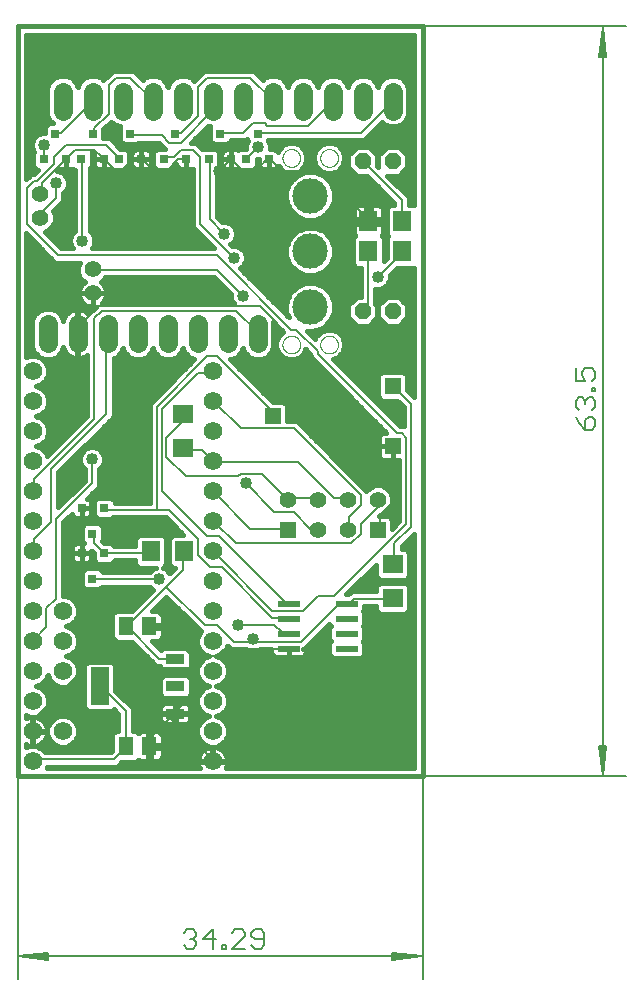
<source format=gtl>
G75*
%MOIN*%
%OFA0B0*%
%FSLAX25Y25*%
%IPPOS*%
%LPD*%
%AMOC8*
5,1,8,0,0,1.08239X$1,22.5*
%
%ADD10C,0.01600*%
%ADD11C,0.00512*%
%ADD12C,0.00600*%
%ADD13C,0.05600*%
%ADD14R,0.05118X0.06299*%
%ADD15C,0.06400*%
%ADD16OC8,0.05600*%
%ADD17R,0.03000X0.03000*%
%ADD18R,0.06299X0.07098*%
%ADD19R,0.07098X0.06299*%
%ADD20C,0.06200*%
%ADD21R,0.05550X0.05550*%
%ADD22C,0.05550*%
%ADD23R,0.07800X0.02200*%
%ADD24R,0.06400X0.03500*%
%ADD25R,0.06400X0.12500*%
%ADD26C,0.11811*%
%ADD27C,0.00000*%
%ADD28C,0.00800*%
%ADD29C,0.04000*%
D10*
X0046940Y0068933D02*
X0181940Y0068933D01*
X0181940Y0318933D01*
X0046940Y0318933D01*
X0046940Y0068933D01*
X0049740Y0078542D02*
X0049740Y0079555D01*
X0050059Y0079392D01*
X0050792Y0079154D01*
X0051554Y0079033D01*
X0051790Y0079033D01*
X0051790Y0083783D01*
X0052090Y0083783D01*
X0052090Y0084083D01*
X0056840Y0084083D01*
X0056840Y0084319D01*
X0056719Y0085080D01*
X0056481Y0085814D01*
X0056131Y0086501D01*
X0055677Y0087125D01*
X0055132Y0087671D01*
X0054508Y0088124D01*
X0053821Y0088474D01*
X0053087Y0088712D01*
X0052325Y0088833D01*
X0052090Y0088833D01*
X0052090Y0084083D01*
X0051790Y0084083D01*
X0051790Y0088833D01*
X0051554Y0088833D01*
X0050792Y0088712D01*
X0050059Y0088474D01*
X0049740Y0088311D01*
X0049740Y0089324D01*
X0050925Y0088833D01*
X0052954Y0088833D01*
X0054829Y0089609D01*
X0056263Y0091044D01*
X0057040Y0092919D01*
X0057040Y0094948D01*
X0056263Y0096822D01*
X0054829Y0098257D01*
X0053196Y0098933D01*
X0054829Y0099609D01*
X0056263Y0101044D01*
X0056940Y0102677D01*
X0057616Y0101044D01*
X0059051Y0099609D01*
X0060925Y0098833D01*
X0062954Y0098833D01*
X0064829Y0099609D01*
X0066263Y0101044D01*
X0067040Y0102919D01*
X0067040Y0104948D01*
X0066263Y0106822D01*
X0064829Y0108257D01*
X0063196Y0108933D01*
X0064829Y0109609D01*
X0066263Y0111044D01*
X0067040Y0112919D01*
X0067040Y0114948D01*
X0066263Y0116822D01*
X0064829Y0118257D01*
X0063196Y0118933D01*
X0064829Y0119609D01*
X0066263Y0121044D01*
X0067040Y0122919D01*
X0067040Y0124948D01*
X0066263Y0126822D01*
X0064829Y0128257D01*
X0062954Y0129033D01*
X0062140Y0129033D01*
X0062140Y0153539D01*
X0064981Y0156380D01*
X0065062Y0156075D01*
X0065299Y0155664D01*
X0065634Y0155329D01*
X0066045Y0155092D01*
X0066503Y0154969D01*
X0068240Y0154969D01*
X0069977Y0154969D01*
X0070434Y0155092D01*
X0070845Y0155329D01*
X0071180Y0155664D01*
X0071417Y0156075D01*
X0071540Y0156532D01*
X0071540Y0158269D01*
X0068240Y0158269D01*
X0068240Y0158269D01*
X0068240Y0154969D01*
X0068240Y0158269D01*
X0068240Y0158269D01*
X0071540Y0158269D01*
X0071540Y0160006D01*
X0071417Y0160464D01*
X0071180Y0160875D01*
X0070845Y0161210D01*
X0070434Y0161447D01*
X0070129Y0161528D01*
X0073774Y0165174D01*
X0074140Y0166056D01*
X0074140Y0171276D01*
X0075131Y0172267D01*
X0075740Y0173737D01*
X0075740Y0175329D01*
X0075131Y0176799D01*
X0074005Y0177924D01*
X0072535Y0178533D01*
X0070944Y0178533D01*
X0069474Y0177924D01*
X0068349Y0176799D01*
X0067740Y0175329D01*
X0067740Y0173737D01*
X0068349Y0172267D01*
X0069340Y0171276D01*
X0069340Y0167527D01*
X0060540Y0158727D01*
X0060540Y0170339D01*
X0077899Y0187698D01*
X0078574Y0188374D01*
X0078940Y0189256D01*
X0078940Y0208433D01*
X0079885Y0208825D01*
X0081348Y0210287D01*
X0081940Y0211716D01*
X0082531Y0210287D01*
X0083994Y0208825D01*
X0085905Y0208033D01*
X0087974Y0208033D01*
X0089885Y0208825D01*
X0091348Y0210287D01*
X0091940Y0211716D01*
X0092531Y0210287D01*
X0093994Y0208825D01*
X0095905Y0208033D01*
X0097974Y0208033D01*
X0099885Y0208825D01*
X0101348Y0210287D01*
X0101940Y0211716D01*
X0102531Y0210287D01*
X0103994Y0208825D01*
X0105863Y0208051D01*
X0091980Y0194168D01*
X0091305Y0193493D01*
X0090940Y0192610D01*
X0090940Y0160133D01*
X0079295Y0160133D01*
X0079295Y0160598D01*
X0078123Y0161769D01*
X0073466Y0161769D01*
X0072295Y0160598D01*
X0072295Y0155941D01*
X0073466Y0154769D01*
X0078123Y0154769D01*
X0078687Y0155333D01*
X0096346Y0155333D01*
X0102196Y0149482D01*
X0098560Y0149482D01*
X0097388Y0148311D01*
X0097388Y0139555D01*
X0098560Y0138384D01*
X0099396Y0138384D01*
X0097613Y0136600D01*
X0097531Y0136799D01*
X0096405Y0137924D01*
X0095295Y0138384D01*
X0095319Y0138384D01*
X0096491Y0139555D01*
X0096491Y0148311D01*
X0095319Y0149482D01*
X0087363Y0149482D01*
X0086192Y0148311D01*
X0086192Y0145733D01*
X0079159Y0145733D01*
X0078123Y0146769D01*
X0075698Y0146769D01*
X0075201Y0147266D01*
X0075340Y0147405D01*
X0075340Y0152061D01*
X0074168Y0153233D01*
X0069511Y0153233D01*
X0068340Y0152061D01*
X0068340Y0147405D01*
X0069175Y0146569D01*
X0068240Y0146569D01*
X0068240Y0143269D01*
X0068240Y0143269D01*
X0071540Y0143269D01*
X0071540Y0141532D01*
X0071417Y0141075D01*
X0071180Y0140664D01*
X0070845Y0140329D01*
X0070434Y0140092D01*
X0069977Y0139969D01*
X0068240Y0139969D01*
X0068240Y0143269D01*
X0068240Y0143269D01*
X0071540Y0143269D01*
X0071540Y0144139D01*
X0072295Y0143384D01*
X0072295Y0140941D01*
X0073466Y0139769D01*
X0078123Y0139769D01*
X0079287Y0140933D01*
X0086192Y0140933D01*
X0086192Y0139555D01*
X0087363Y0138384D01*
X0092984Y0138384D01*
X0091874Y0137924D01*
X0090883Y0136933D01*
X0075340Y0136933D01*
X0075340Y0137061D01*
X0074168Y0138233D01*
X0069511Y0138233D01*
X0068340Y0137061D01*
X0068340Y0132405D01*
X0069511Y0131233D01*
X0074168Y0131233D01*
X0075068Y0132133D01*
X0090883Y0132133D01*
X0091874Y0131142D01*
X0092072Y0131060D01*
X0085095Y0124083D01*
X0079615Y0124083D01*
X0078444Y0122911D01*
X0078444Y0114955D01*
X0079615Y0113783D01*
X0085095Y0113783D01*
X0092105Y0106774D01*
X0092780Y0106098D01*
X0093662Y0105733D01*
X0094340Y0105733D01*
X0094340Y0105455D01*
X0095511Y0104283D01*
X0103568Y0104283D01*
X0104740Y0105455D01*
X0104740Y0110611D01*
X0103568Y0111783D01*
X0095511Y0111783D01*
X0094698Y0110969D01*
X0091683Y0113983D01*
X0093673Y0113983D01*
X0094130Y0114106D01*
X0094541Y0114343D01*
X0094876Y0114678D01*
X0095113Y0115089D01*
X0095236Y0115546D01*
X0095236Y0118454D01*
X0091356Y0118454D01*
X0091356Y0119413D01*
X0095236Y0119413D01*
X0095236Y0122320D01*
X0095113Y0122777D01*
X0094876Y0123188D01*
X0094541Y0123523D01*
X0094130Y0123760D01*
X0093673Y0123883D01*
X0091683Y0123883D01*
X0096540Y0128739D01*
X0107980Y0117298D01*
X0108060Y0117266D01*
X0107616Y0116822D01*
X0106840Y0114948D01*
X0106840Y0112919D01*
X0107616Y0111044D01*
X0109051Y0109609D01*
X0110684Y0108933D01*
X0109051Y0108257D01*
X0107616Y0106822D01*
X0106840Y0104948D01*
X0106840Y0102919D01*
X0107616Y0101044D01*
X0109051Y0099609D01*
X0110684Y0098933D01*
X0109051Y0098257D01*
X0107616Y0096822D01*
X0106840Y0094948D01*
X0106840Y0092919D01*
X0107616Y0091044D01*
X0109051Y0089609D01*
X0110684Y0088933D01*
X0109051Y0088257D01*
X0107616Y0086822D01*
X0106840Y0084948D01*
X0106840Y0082919D01*
X0107616Y0081044D01*
X0109051Y0079609D01*
X0110925Y0078833D01*
X0112954Y0078833D01*
X0114829Y0079609D01*
X0116263Y0081044D01*
X0117040Y0082919D01*
X0117040Y0084948D01*
X0116263Y0086822D01*
X0114829Y0088257D01*
X0113196Y0088933D01*
X0114829Y0089609D01*
X0116263Y0091044D01*
X0117040Y0092919D01*
X0117040Y0094948D01*
X0116263Y0096822D01*
X0114829Y0098257D01*
X0113196Y0098933D01*
X0114829Y0099609D01*
X0116263Y0101044D01*
X0117040Y0102919D01*
X0117040Y0104948D01*
X0116263Y0106822D01*
X0114829Y0108257D01*
X0113196Y0108933D01*
X0114829Y0109609D01*
X0116263Y0111044D01*
X0116841Y0112438D01*
X0116905Y0112374D01*
X0116905Y0112374D01*
X0117580Y0111698D01*
X0118462Y0111333D01*
X0122883Y0111333D01*
X0123074Y0111142D01*
X0124544Y0110533D01*
X0126135Y0110533D01*
X0127605Y0111142D01*
X0127797Y0111333D01*
X0131540Y0111333D01*
X0131540Y0110096D01*
X0131662Y0109638D01*
X0131899Y0109228D01*
X0132234Y0108893D01*
X0132645Y0108656D01*
X0133103Y0108533D01*
X0137240Y0108533D01*
X0141377Y0108533D01*
X0141834Y0108656D01*
X0142245Y0108893D01*
X0142580Y0109228D01*
X0142817Y0109638D01*
X0142940Y0110096D01*
X0142940Y0111433D01*
X0142940Y0111939D01*
X0150740Y0119739D01*
X0150740Y0119505D01*
X0151311Y0118933D01*
X0150740Y0118361D01*
X0150740Y0114505D01*
X0151311Y0113933D01*
X0150740Y0113361D01*
X0150740Y0109505D01*
X0151911Y0108333D01*
X0161368Y0108333D01*
X0162540Y0109505D01*
X0162540Y0113361D01*
X0161968Y0113933D01*
X0162540Y0114505D01*
X0162540Y0118361D01*
X0161968Y0118933D01*
X0162540Y0119505D01*
X0162540Y0123361D01*
X0161968Y0123933D01*
X0162540Y0124505D01*
X0162540Y0125733D01*
X0166390Y0125733D01*
X0166390Y0124357D01*
X0167562Y0123185D01*
X0176317Y0123185D01*
X0177489Y0124357D01*
X0177489Y0132313D01*
X0176317Y0133484D01*
X0167562Y0133484D01*
X0166390Y0132313D01*
X0166390Y0130533D01*
X0158462Y0130533D01*
X0157580Y0130168D01*
X0156946Y0129533D01*
X0156534Y0129533D01*
X0166390Y0139390D01*
X0166390Y0135553D01*
X0167562Y0134382D01*
X0176317Y0134382D01*
X0177489Y0135553D01*
X0177489Y0143510D01*
X0176317Y0144681D01*
X0174940Y0144681D01*
X0174940Y0145539D01*
X0179140Y0149739D01*
X0179140Y0071733D01*
X0116318Y0071733D01*
X0116481Y0072052D01*
X0116719Y0072786D01*
X0116840Y0073547D01*
X0116840Y0073783D01*
X0112090Y0073783D01*
X0112090Y0074083D01*
X0116840Y0074083D01*
X0116840Y0074319D01*
X0116719Y0075080D01*
X0116481Y0075814D01*
X0116131Y0076501D01*
X0115677Y0077125D01*
X0115132Y0077671D01*
X0114508Y0078124D01*
X0113821Y0078474D01*
X0113087Y0078712D01*
X0112325Y0078833D01*
X0112090Y0078833D01*
X0112090Y0074083D01*
X0111790Y0074083D01*
X0111790Y0078833D01*
X0111554Y0078833D01*
X0110792Y0078712D01*
X0110059Y0078474D01*
X0109371Y0078124D01*
X0108748Y0077671D01*
X0108202Y0077125D01*
X0107749Y0076501D01*
X0107399Y0075814D01*
X0107160Y0075080D01*
X0107040Y0074319D01*
X0107040Y0074083D01*
X0111790Y0074083D01*
X0111790Y0073783D01*
X0107040Y0073783D01*
X0107040Y0073547D01*
X0107160Y0072786D01*
X0107399Y0072052D01*
X0107561Y0071733D01*
X0056549Y0071733D01*
X0056714Y0072133D01*
X0079417Y0072133D01*
X0080299Y0072498D01*
X0081584Y0073783D01*
X0086390Y0073783D01*
X0087081Y0074474D01*
X0087212Y0074343D01*
X0087623Y0074106D01*
X0088081Y0073983D01*
X0090397Y0073983D01*
X0090397Y0078453D01*
X0091356Y0078453D01*
X0091356Y0073983D01*
X0093673Y0073983D01*
X0094130Y0074106D01*
X0094541Y0074343D01*
X0094876Y0074678D01*
X0095113Y0075089D01*
X0095236Y0075546D01*
X0095236Y0078454D01*
X0091356Y0078454D01*
X0091356Y0079413D01*
X0090397Y0079413D01*
X0090397Y0083883D01*
X0088081Y0083883D01*
X0087623Y0083760D01*
X0087212Y0083523D01*
X0087081Y0083392D01*
X0086390Y0084083D01*
X0085340Y0084083D01*
X0085340Y0091010D01*
X0084974Y0091893D01*
X0079540Y0097327D01*
X0079540Y0106011D01*
X0078368Y0107183D01*
X0070311Y0107183D01*
X0069140Y0106011D01*
X0069140Y0091855D01*
X0070311Y0090683D01*
X0078368Y0090683D01*
X0078882Y0091197D01*
X0080540Y0089539D01*
X0080540Y0084083D01*
X0079615Y0084083D01*
X0078444Y0082911D01*
X0078444Y0077431D01*
X0077946Y0076933D01*
X0056152Y0076933D01*
X0054829Y0078257D01*
X0052954Y0079033D01*
X0050925Y0079033D01*
X0049740Y0078542D01*
X0052090Y0079033D02*
X0052325Y0079033D01*
X0053087Y0079154D01*
X0053821Y0079392D01*
X0054508Y0079742D01*
X0055132Y0080196D01*
X0055677Y0080741D01*
X0056131Y0081365D01*
X0056481Y0082052D01*
X0056719Y0082786D01*
X0056840Y0083547D01*
X0056840Y0083783D01*
X0052090Y0083783D01*
X0052090Y0079033D01*
X0052090Y0080123D02*
X0051790Y0080123D01*
X0051790Y0081721D02*
X0052090Y0081721D01*
X0052090Y0083320D02*
X0051790Y0083320D01*
X0051790Y0084918D02*
X0052090Y0084918D01*
X0052090Y0086517D02*
X0051790Y0086517D01*
X0051790Y0088115D02*
X0052090Y0088115D01*
X0054520Y0088115D02*
X0058909Y0088115D01*
X0059051Y0088257D02*
X0057616Y0086822D01*
X0056840Y0084948D01*
X0056840Y0082919D01*
X0057616Y0081044D01*
X0059051Y0079609D01*
X0060925Y0078833D01*
X0062954Y0078833D01*
X0064829Y0079609D01*
X0066263Y0081044D01*
X0067040Y0082919D01*
X0067040Y0084948D01*
X0066263Y0086822D01*
X0064829Y0088257D01*
X0062954Y0089033D01*
X0060925Y0089033D01*
X0059051Y0088257D01*
X0057490Y0086517D02*
X0056119Y0086517D01*
X0056745Y0084918D02*
X0056840Y0084918D01*
X0056804Y0083320D02*
X0056840Y0083320D01*
X0057336Y0081721D02*
X0056312Y0081721D01*
X0055031Y0080123D02*
X0058538Y0080123D01*
X0054183Y0078524D02*
X0078444Y0078524D01*
X0078444Y0080123D02*
X0065342Y0080123D01*
X0066544Y0081721D02*
X0078444Y0081721D01*
X0078852Y0083320D02*
X0067040Y0083320D01*
X0067040Y0084918D02*
X0080540Y0084918D01*
X0080540Y0086517D02*
X0066390Y0086517D01*
X0064970Y0088115D02*
X0080540Y0088115D01*
X0080365Y0089714D02*
X0054933Y0089714D01*
X0056374Y0091312D02*
X0069682Y0091312D01*
X0069140Y0092911D02*
X0057036Y0092911D01*
X0057040Y0094509D02*
X0069140Y0094509D01*
X0069140Y0096108D02*
X0056559Y0096108D01*
X0055379Y0097706D02*
X0069140Y0097706D01*
X0069140Y0099305D02*
X0064093Y0099305D01*
X0066122Y0100903D02*
X0069140Y0100903D01*
X0069140Y0102502D02*
X0066867Y0102502D01*
X0067040Y0104100D02*
X0069140Y0104100D01*
X0069140Y0105699D02*
X0066728Y0105699D01*
X0065788Y0107297D02*
X0091581Y0107297D01*
X0089983Y0108896D02*
X0063285Y0108896D01*
X0065713Y0110494D02*
X0088384Y0110494D01*
X0086786Y0112093D02*
X0066698Y0112093D01*
X0067040Y0113691D02*
X0085187Y0113691D01*
X0078444Y0115290D02*
X0066898Y0115290D01*
X0066197Y0116888D02*
X0078444Y0116888D01*
X0078444Y0118487D02*
X0064273Y0118487D01*
X0065305Y0120085D02*
X0078444Y0120085D01*
X0078444Y0121684D02*
X0066528Y0121684D01*
X0067040Y0123282D02*
X0078815Y0123282D01*
X0085893Y0124881D02*
X0067040Y0124881D01*
X0066405Y0126479D02*
X0087492Y0126479D01*
X0089090Y0128078D02*
X0065007Y0128078D01*
X0062140Y0129677D02*
X0090689Y0129677D01*
X0091741Y0131275D02*
X0074210Y0131275D01*
X0069469Y0131275D02*
X0062140Y0131275D01*
X0062140Y0132874D02*
X0068340Y0132874D01*
X0068340Y0134472D02*
X0062140Y0134472D01*
X0062140Y0136071D02*
X0068340Y0136071D01*
X0068947Y0137669D02*
X0062140Y0137669D01*
X0062140Y0139268D02*
X0086479Y0139268D01*
X0086192Y0140866D02*
X0079220Y0140866D01*
X0074732Y0137669D02*
X0091619Y0137669D01*
X0096203Y0139268D02*
X0097676Y0139268D01*
X0097388Y0140866D02*
X0096491Y0140866D01*
X0096491Y0142465D02*
X0097388Y0142465D01*
X0097388Y0144063D02*
X0096491Y0144063D01*
X0096491Y0145662D02*
X0097388Y0145662D01*
X0097388Y0147260D02*
X0096491Y0147260D01*
X0095943Y0148859D02*
X0097936Y0148859D01*
X0099623Y0152056D02*
X0075340Y0152056D01*
X0075340Y0150457D02*
X0101221Y0150457D01*
X0098024Y0153654D02*
X0062255Y0153654D01*
X0062140Y0152056D02*
X0068340Y0152056D01*
X0068340Y0150457D02*
X0062140Y0150457D01*
X0062140Y0148859D02*
X0068340Y0148859D01*
X0068484Y0147260D02*
X0062140Y0147260D01*
X0062140Y0145662D02*
X0065176Y0145662D01*
X0065062Y0145464D02*
X0064940Y0145006D01*
X0064940Y0143269D01*
X0064940Y0141532D01*
X0065062Y0141075D01*
X0065299Y0140664D01*
X0065634Y0140329D01*
X0066045Y0140092D01*
X0066503Y0139969D01*
X0068240Y0139969D01*
X0068240Y0143269D01*
X0068240Y0143269D01*
X0064940Y0143269D01*
X0068240Y0143269D01*
X0068240Y0143269D01*
X0068240Y0146569D01*
X0066503Y0146569D01*
X0066045Y0146447D01*
X0065634Y0146210D01*
X0065299Y0145875D01*
X0065062Y0145464D01*
X0064940Y0144063D02*
X0062140Y0144063D01*
X0062140Y0142465D02*
X0064940Y0142465D01*
X0065183Y0140866D02*
X0062140Y0140866D01*
X0068240Y0140866D02*
X0068240Y0140866D01*
X0068240Y0142465D02*
X0068240Y0142465D01*
X0068240Y0144063D02*
X0068240Y0144063D01*
X0068240Y0145662D02*
X0068240Y0145662D01*
X0071540Y0144063D02*
X0071616Y0144063D01*
X0071540Y0142465D02*
X0072295Y0142465D01*
X0072370Y0140866D02*
X0071297Y0140866D01*
X0075207Y0147260D02*
X0086192Y0147260D01*
X0086740Y0148859D02*
X0075340Y0148859D01*
X0072983Y0155253D02*
X0070713Y0155253D01*
X0071540Y0156851D02*
X0072295Y0156851D01*
X0072295Y0158450D02*
X0071540Y0158450D01*
X0071528Y0160048D02*
X0072295Y0160048D01*
X0073344Y0161647D02*
X0070247Y0161647D01*
X0071846Y0163245D02*
X0090940Y0163245D01*
X0090940Y0161647D02*
X0078246Y0161647D01*
X0073444Y0164844D02*
X0090940Y0164844D01*
X0090940Y0166442D02*
X0074140Y0166442D01*
X0074140Y0168041D02*
X0090940Y0168041D01*
X0090940Y0169639D02*
X0074140Y0169639D01*
X0074140Y0171238D02*
X0090940Y0171238D01*
X0090940Y0172836D02*
X0075366Y0172836D01*
X0075740Y0174435D02*
X0090940Y0174435D01*
X0090940Y0176033D02*
X0075448Y0176033D01*
X0074298Y0177632D02*
X0090940Y0177632D01*
X0090940Y0179230D02*
X0069431Y0179230D01*
X0069182Y0177632D02*
X0067833Y0177632D01*
X0068032Y0176033D02*
X0066234Y0176033D01*
X0067740Y0174435D02*
X0064636Y0174435D01*
X0063037Y0172836D02*
X0068113Y0172836D01*
X0069340Y0171238D02*
X0061438Y0171238D01*
X0060540Y0169639D02*
X0069340Y0169639D01*
X0069340Y0168041D02*
X0060540Y0168041D01*
X0060540Y0166442D02*
X0068255Y0166442D01*
X0066656Y0164844D02*
X0060540Y0164844D01*
X0060540Y0163245D02*
X0065058Y0163245D01*
X0063459Y0161647D02*
X0060540Y0161647D01*
X0060540Y0160048D02*
X0061861Y0160048D01*
X0063853Y0155253D02*
X0065766Y0155253D01*
X0068240Y0155253D02*
X0068240Y0155253D01*
X0068240Y0156851D02*
X0068240Y0156851D01*
X0078607Y0155253D02*
X0096426Y0155253D01*
X0096661Y0137669D02*
X0098682Y0137669D01*
X0097201Y0128078D02*
X0095879Y0128078D01*
X0094280Y0126479D02*
X0098799Y0126479D01*
X0100398Y0124881D02*
X0092682Y0124881D01*
X0094782Y0123282D02*
X0101996Y0123282D01*
X0103595Y0121684D02*
X0095236Y0121684D01*
X0095236Y0120085D02*
X0105193Y0120085D01*
X0106792Y0118487D02*
X0091356Y0118487D01*
X0095236Y0116888D02*
X0107683Y0116888D01*
X0106981Y0115290D02*
X0095167Y0115290D01*
X0091975Y0113691D02*
X0106840Y0113691D01*
X0107182Y0112093D02*
X0093574Y0112093D01*
X0094340Y0105699D02*
X0079540Y0105699D01*
X0079540Y0104100D02*
X0106840Y0104100D01*
X0107012Y0102502D02*
X0103749Y0102502D01*
X0103568Y0102683D02*
X0095511Y0102683D01*
X0094340Y0101511D01*
X0094340Y0096355D01*
X0095511Y0095183D01*
X0103568Y0095183D01*
X0104740Y0096355D01*
X0104740Y0101511D01*
X0103568Y0102683D01*
X0104740Y0100903D02*
X0107757Y0100903D01*
X0109786Y0099305D02*
X0104740Y0099305D01*
X0104740Y0097706D02*
X0108500Y0097706D01*
X0107320Y0096108D02*
X0104493Y0096108D01*
X0106840Y0094509D02*
X0082358Y0094509D01*
X0083956Y0092911D02*
X0095122Y0092911D01*
X0095234Y0093023D02*
X0094899Y0092688D01*
X0094662Y0092278D01*
X0094540Y0091820D01*
X0094540Y0089908D01*
X0099465Y0089908D01*
X0099465Y0093383D01*
X0096103Y0093383D01*
X0095645Y0093260D01*
X0095234Y0093023D01*
X0094540Y0091312D02*
X0085215Y0091312D01*
X0085340Y0089714D02*
X0094540Y0089714D01*
X0094540Y0089758D02*
X0094540Y0087846D01*
X0094662Y0087388D01*
X0094899Y0086978D01*
X0095234Y0086643D01*
X0095645Y0086406D01*
X0096103Y0086283D01*
X0099465Y0086283D01*
X0099465Y0089758D01*
X0099615Y0089758D01*
X0099615Y0089908D01*
X0104540Y0089908D01*
X0104540Y0091820D01*
X0104417Y0092278D01*
X0104180Y0092688D01*
X0103845Y0093023D01*
X0103434Y0093260D01*
X0102977Y0093383D01*
X0099615Y0093383D01*
X0099615Y0089908D01*
X0099465Y0089908D01*
X0099465Y0089758D01*
X0094540Y0089758D01*
X0094540Y0088115D02*
X0085340Y0088115D01*
X0085340Y0086517D02*
X0095453Y0086517D01*
X0094130Y0083760D02*
X0094541Y0083523D01*
X0094876Y0083188D01*
X0095113Y0082777D01*
X0095236Y0082320D01*
X0095236Y0079413D01*
X0091356Y0079413D01*
X0091356Y0083883D01*
X0093673Y0083883D01*
X0094130Y0083760D01*
X0094744Y0083320D02*
X0106840Y0083320D01*
X0106840Y0084918D02*
X0085340Y0084918D01*
X0090397Y0083320D02*
X0091356Y0083320D01*
X0091356Y0081721D02*
X0090397Y0081721D01*
X0090397Y0080123D02*
X0091356Y0080123D01*
X0091356Y0078524D02*
X0110213Y0078524D01*
X0111790Y0078524D02*
X0112090Y0078524D01*
X0113666Y0078524D02*
X0179140Y0078524D01*
X0179140Y0076926D02*
X0115822Y0076926D01*
X0116639Y0075327D02*
X0179140Y0075327D01*
X0179140Y0073729D02*
X0116840Y0073729D01*
X0116506Y0072130D02*
X0179140Y0072130D01*
X0179140Y0080123D02*
X0115342Y0080123D01*
X0116544Y0081721D02*
X0179140Y0081721D01*
X0179140Y0083320D02*
X0117040Y0083320D01*
X0117040Y0084918D02*
X0179140Y0084918D01*
X0179140Y0086517D02*
X0116390Y0086517D01*
X0114970Y0088115D02*
X0179140Y0088115D01*
X0179140Y0089714D02*
X0114933Y0089714D01*
X0116374Y0091312D02*
X0179140Y0091312D01*
X0179140Y0092911D02*
X0117036Y0092911D01*
X0117040Y0094509D02*
X0179140Y0094509D01*
X0179140Y0096108D02*
X0116559Y0096108D01*
X0115379Y0097706D02*
X0179140Y0097706D01*
X0179140Y0099305D02*
X0114093Y0099305D01*
X0116122Y0100903D02*
X0179140Y0100903D01*
X0179140Y0102502D02*
X0116867Y0102502D01*
X0117040Y0104100D02*
X0179140Y0104100D01*
X0179140Y0105699D02*
X0116728Y0105699D01*
X0115788Y0107297D02*
X0179140Y0107297D01*
X0179140Y0108896D02*
X0161931Y0108896D01*
X0162540Y0110494D02*
X0179140Y0110494D01*
X0179140Y0112093D02*
X0162540Y0112093D01*
X0162210Y0113691D02*
X0179140Y0113691D01*
X0179140Y0115290D02*
X0162540Y0115290D01*
X0162540Y0116888D02*
X0179140Y0116888D01*
X0179140Y0118487D02*
X0162414Y0118487D01*
X0162540Y0120085D02*
X0179140Y0120085D01*
X0179140Y0121684D02*
X0162540Y0121684D01*
X0162540Y0123282D02*
X0167465Y0123282D01*
X0166390Y0124881D02*
X0162540Y0124881D01*
X0157089Y0129677D02*
X0156677Y0129677D01*
X0158276Y0131275D02*
X0166390Y0131275D01*
X0166951Y0132874D02*
X0159874Y0132874D01*
X0161473Y0134472D02*
X0167472Y0134472D01*
X0166390Y0136071D02*
X0163071Y0136071D01*
X0164670Y0137669D02*
X0166390Y0137669D01*
X0166390Y0139268D02*
X0166268Y0139268D01*
X0175062Y0145662D02*
X0179140Y0145662D01*
X0179140Y0147260D02*
X0176661Y0147260D01*
X0178259Y0148859D02*
X0179140Y0148859D01*
X0179140Y0144063D02*
X0176935Y0144063D01*
X0177489Y0142465D02*
X0179140Y0142465D01*
X0179140Y0140866D02*
X0177489Y0140866D01*
X0177489Y0139268D02*
X0179140Y0139268D01*
X0179140Y0137669D02*
X0177489Y0137669D01*
X0177489Y0136071D02*
X0179140Y0136071D01*
X0179140Y0134472D02*
X0176407Y0134472D01*
X0176928Y0132874D02*
X0179140Y0132874D01*
X0179140Y0131275D02*
X0177489Y0131275D01*
X0177489Y0129677D02*
X0179140Y0129677D01*
X0179140Y0128078D02*
X0177489Y0128078D01*
X0177489Y0126479D02*
X0179140Y0126479D01*
X0179140Y0124881D02*
X0177489Y0124881D01*
X0176415Y0123282D02*
X0179140Y0123282D01*
X0171574Y0151361D02*
X0171574Y0154140D01*
X0171451Y0154598D01*
X0171214Y0155008D01*
X0170879Y0155343D01*
X0170468Y0155580D01*
X0170010Y0155703D01*
X0167503Y0155703D01*
X0168299Y0156498D01*
X0169703Y0157080D01*
X0171047Y0158423D01*
X0171774Y0160178D01*
X0171774Y0162078D01*
X0171047Y0163833D01*
X0169703Y0165176D01*
X0167948Y0165903D01*
X0166049Y0165903D01*
X0164294Y0165176D01*
X0163193Y0164074D01*
X0140974Y0186293D01*
X0140299Y0186968D01*
X0139417Y0187333D01*
X0136714Y0187333D01*
X0136714Y0192536D01*
X0135543Y0193708D01*
X0131959Y0193708D01*
X0117634Y0208033D01*
X0117974Y0208033D01*
X0119885Y0208825D01*
X0121348Y0210287D01*
X0121940Y0211716D01*
X0122531Y0210287D01*
X0123994Y0208825D01*
X0125905Y0208033D01*
X0127974Y0208033D01*
X0129885Y0208825D01*
X0131348Y0210287D01*
X0132140Y0212199D01*
X0132140Y0220339D01*
X0135414Y0217065D01*
X0135334Y0217032D01*
X0133941Y0215639D01*
X0133187Y0213818D01*
X0133187Y0211848D01*
X0133941Y0210028D01*
X0135334Y0208634D01*
X0137154Y0207880D01*
X0139125Y0207880D01*
X0140945Y0208634D01*
X0142338Y0210028D01*
X0142840Y0211239D01*
X0144540Y0209539D01*
X0144540Y0209256D01*
X0144905Y0208374D01*
X0169771Y0183508D01*
X0168928Y0183508D01*
X0168470Y0183385D01*
X0168060Y0183148D01*
X0167724Y0182813D01*
X0167488Y0182403D01*
X0167365Y0181945D01*
X0167365Y0178933D01*
X0167365Y0175921D01*
X0167488Y0175463D01*
X0167724Y0175053D01*
X0168060Y0174718D01*
X0168470Y0174481D01*
X0168928Y0174358D01*
X0171940Y0174358D01*
X0174140Y0174358D01*
X0174140Y0153927D01*
X0171574Y0151361D01*
X0171574Y0152056D02*
X0172268Y0152056D01*
X0171574Y0153654D02*
X0173867Y0153654D01*
X0174140Y0155253D02*
X0170969Y0155253D01*
X0169151Y0156851D02*
X0174140Y0156851D01*
X0174140Y0158450D02*
X0171058Y0158450D01*
X0171720Y0160048D02*
X0174140Y0160048D01*
X0174140Y0161647D02*
X0171774Y0161647D01*
X0171290Y0163245D02*
X0174140Y0163245D01*
X0174140Y0164844D02*
X0170035Y0164844D01*
X0174140Y0166442D02*
X0160825Y0166442D01*
X0162423Y0164844D02*
X0163962Y0164844D01*
X0159226Y0168041D02*
X0174140Y0168041D01*
X0174140Y0169639D02*
X0157628Y0169639D01*
X0156029Y0171238D02*
X0174140Y0171238D01*
X0174140Y0172836D02*
X0154431Y0172836D01*
X0152832Y0174435D02*
X0168642Y0174435D01*
X0167365Y0176033D02*
X0151233Y0176033D01*
X0149635Y0177632D02*
X0167365Y0177632D01*
X0167365Y0178933D02*
X0171940Y0178933D01*
X0171940Y0174358D01*
X0171940Y0178933D01*
X0171940Y0178933D01*
X0171940Y0178933D01*
X0167365Y0178933D01*
X0167365Y0179230D02*
X0148036Y0179230D01*
X0146438Y0180829D02*
X0167365Y0180829D01*
X0167502Y0182427D02*
X0144839Y0182427D01*
X0143241Y0184026D02*
X0169253Y0184026D01*
X0167654Y0185624D02*
X0141642Y0185624D01*
X0140974Y0186293D02*
X0140974Y0186293D01*
X0139683Y0187223D02*
X0166056Y0187223D01*
X0164457Y0188821D02*
X0136714Y0188821D01*
X0136714Y0190420D02*
X0162859Y0190420D01*
X0161260Y0192018D02*
X0136714Y0192018D01*
X0135634Y0193617D02*
X0159662Y0193617D01*
X0158063Y0195215D02*
X0130451Y0195215D01*
X0128853Y0196814D02*
X0156465Y0196814D01*
X0154866Y0198412D02*
X0127254Y0198412D01*
X0125656Y0200011D02*
X0153268Y0200011D01*
X0151669Y0201610D02*
X0124057Y0201610D01*
X0122459Y0203208D02*
X0150071Y0203208D01*
X0148472Y0204807D02*
X0120860Y0204807D01*
X0119262Y0206405D02*
X0146874Y0206405D01*
X0145275Y0208004D02*
X0139422Y0208004D01*
X0136857Y0208004D02*
X0117663Y0208004D01*
X0120663Y0209602D02*
X0123217Y0209602D01*
X0122153Y0211201D02*
X0121726Y0211201D01*
X0130663Y0209602D02*
X0134366Y0209602D01*
X0133455Y0211201D02*
X0131726Y0211201D01*
X0132140Y0212799D02*
X0133187Y0212799D01*
X0133427Y0214398D02*
X0132140Y0214398D01*
X0132140Y0215996D02*
X0134298Y0215996D01*
X0134884Y0217595D02*
X0132140Y0217595D01*
X0132140Y0219193D02*
X0133285Y0219193D01*
X0136877Y0222390D02*
X0137143Y0222390D01*
X0137332Y0221935D02*
X0121007Y0238260D01*
X0121205Y0238342D01*
X0122331Y0239467D01*
X0122940Y0240937D01*
X0122940Y0242529D01*
X0122331Y0243999D01*
X0121205Y0245124D01*
X0119735Y0245733D01*
X0118334Y0245733D01*
X0117807Y0246260D01*
X0118005Y0246342D01*
X0119131Y0247467D01*
X0119740Y0248937D01*
X0119740Y0250529D01*
X0119131Y0251999D01*
X0118005Y0253124D01*
X0116535Y0253733D01*
X0115134Y0253733D01*
X0113340Y0255527D01*
X0113340Y0271524D01*
X0114085Y0272268D01*
X0114085Y0276925D01*
X0112913Y0278097D01*
X0108370Y0278097D01*
X0106699Y0279768D01*
X0105817Y0280133D01*
X0104734Y0280133D01*
X0110360Y0285759D01*
X0110905Y0285533D01*
X0111111Y0285533D01*
X0111040Y0285461D01*
X0111040Y0280805D01*
X0112211Y0279633D01*
X0116868Y0279633D01*
X0118040Y0280805D01*
X0118040Y0280933D01*
X0122617Y0280933D01*
X0123499Y0281298D01*
X0123540Y0281339D01*
X0123540Y0280805D01*
X0123548Y0280797D01*
X0122940Y0279329D01*
X0122940Y0278097D01*
X0120756Y0278097D01*
X0120397Y0277738D01*
X0120334Y0277774D01*
X0119877Y0277897D01*
X0118140Y0277897D01*
X0118140Y0274597D01*
X0118140Y0274597D01*
X0118140Y0271297D01*
X0119877Y0271297D01*
X0120334Y0271420D01*
X0120397Y0271456D01*
X0120756Y0271097D01*
X0125413Y0271097D01*
X0126585Y0272268D01*
X0126585Y0274533D01*
X0127340Y0274533D01*
X0127340Y0272860D01*
X0127462Y0272402D01*
X0127699Y0271992D01*
X0128034Y0271656D01*
X0128445Y0271420D01*
X0128903Y0271297D01*
X0130640Y0271297D01*
X0132377Y0271297D01*
X0132834Y0271420D01*
X0133245Y0271656D01*
X0133580Y0271992D01*
X0133817Y0272402D01*
X0133837Y0272478D01*
X0133941Y0272228D01*
X0135334Y0270834D01*
X0137154Y0270080D01*
X0139125Y0270080D01*
X0140945Y0270834D01*
X0142338Y0272228D01*
X0143092Y0274048D01*
X0143092Y0276018D01*
X0142338Y0277839D01*
X0140945Y0279232D01*
X0139125Y0279986D01*
X0137154Y0279986D01*
X0135334Y0279232D01*
X0133941Y0277839D01*
X0133637Y0277104D01*
X0133580Y0277202D01*
X0133245Y0277537D01*
X0132834Y0277774D01*
X0132377Y0277897D01*
X0130940Y0277897D01*
X0130940Y0279329D01*
X0130390Y0280655D01*
X0130540Y0280805D01*
X0130540Y0280933D01*
X0161817Y0280933D01*
X0162699Y0281298D01*
X0168360Y0286959D01*
X0168994Y0286325D01*
X0170905Y0285533D01*
X0172974Y0285533D01*
X0174885Y0286325D01*
X0176348Y0287788D01*
X0177140Y0289699D01*
X0177140Y0298167D01*
X0176348Y0300079D01*
X0174885Y0301541D01*
X0172974Y0302333D01*
X0170905Y0302333D01*
X0168994Y0301541D01*
X0167531Y0300079D01*
X0166940Y0298650D01*
X0166348Y0300079D01*
X0164885Y0301541D01*
X0162974Y0302333D01*
X0160905Y0302333D01*
X0158994Y0301541D01*
X0157531Y0300079D01*
X0156940Y0298650D01*
X0156348Y0300079D01*
X0154885Y0301541D01*
X0152974Y0302333D01*
X0150905Y0302333D01*
X0148994Y0301541D01*
X0147531Y0300079D01*
X0146940Y0298650D01*
X0146348Y0300079D01*
X0144885Y0301541D01*
X0142974Y0302333D01*
X0140905Y0302333D01*
X0138994Y0301541D01*
X0137531Y0300079D01*
X0136940Y0298650D01*
X0136348Y0300079D01*
X0134885Y0301541D01*
X0132974Y0302333D01*
X0130905Y0302333D01*
X0128994Y0301541D01*
X0128560Y0301107D01*
X0125899Y0303768D01*
X0125017Y0304133D01*
X0109662Y0304133D01*
X0108780Y0303768D01*
X0108105Y0303093D01*
X0105720Y0300707D01*
X0104885Y0301541D01*
X0102974Y0302333D01*
X0100905Y0302333D01*
X0098994Y0301541D01*
X0097531Y0300079D01*
X0096940Y0298650D01*
X0096348Y0300079D01*
X0094885Y0301541D01*
X0092974Y0302333D01*
X0090905Y0302333D01*
X0088994Y0301541D01*
X0088560Y0301107D01*
X0085899Y0303768D01*
X0085017Y0304133D01*
X0079262Y0304133D01*
X0078380Y0303768D01*
X0077705Y0303093D01*
X0075520Y0300907D01*
X0074885Y0301541D01*
X0072974Y0302333D01*
X0070905Y0302333D01*
X0068994Y0301541D01*
X0067531Y0300079D01*
X0066940Y0298650D01*
X0066348Y0300079D01*
X0064885Y0301541D01*
X0062974Y0302333D01*
X0060905Y0302333D01*
X0058994Y0301541D01*
X0057531Y0300079D01*
X0056740Y0298167D01*
X0056740Y0289699D01*
X0057531Y0287788D01*
X0058686Y0286633D01*
X0057211Y0286633D01*
X0056040Y0285461D01*
X0056040Y0283333D01*
X0054944Y0283333D01*
X0053474Y0282724D01*
X0052349Y0281599D01*
X0051740Y0280129D01*
X0051740Y0278537D01*
X0052313Y0277154D01*
X0052085Y0276925D01*
X0052085Y0272268D01*
X0053256Y0271097D01*
X0053709Y0271097D01*
X0052346Y0269733D01*
X0052062Y0269733D01*
X0051180Y0269368D01*
X0049740Y0267927D01*
X0049740Y0316133D01*
X0179140Y0316133D01*
X0179140Y0259359D01*
X0179016Y0259482D01*
X0177340Y0259482D01*
X0177340Y0261410D01*
X0176974Y0262293D01*
X0170134Y0269133D01*
X0173928Y0269133D01*
X0176740Y0271945D01*
X0176740Y0275921D01*
X0173928Y0278733D01*
X0169951Y0278733D01*
X0167140Y0275921D01*
X0167140Y0272127D01*
X0166740Y0272527D01*
X0166740Y0275921D01*
X0163928Y0278733D01*
X0159951Y0278733D01*
X0157140Y0275921D01*
X0157140Y0271945D01*
X0159951Y0269133D01*
X0163346Y0269133D01*
X0172540Y0259939D01*
X0172540Y0259482D01*
X0171060Y0259482D01*
X0169888Y0258311D01*
X0169888Y0249555D01*
X0170511Y0248933D01*
X0169888Y0248311D01*
X0169888Y0241676D01*
X0168991Y0240778D01*
X0168991Y0248311D01*
X0168227Y0249074D01*
X0168431Y0249279D01*
X0168668Y0249689D01*
X0168791Y0250147D01*
X0168791Y0253158D01*
X0164616Y0253158D01*
X0164616Y0254708D01*
X0163066Y0254708D01*
X0163066Y0253158D01*
X0158892Y0253158D01*
X0158892Y0250147D01*
X0159014Y0249689D01*
X0159251Y0249279D01*
X0159455Y0249074D01*
X0158692Y0248311D01*
X0158692Y0239555D01*
X0159863Y0238384D01*
X0161340Y0238384D01*
X0161340Y0228733D01*
X0159951Y0228733D01*
X0157140Y0225921D01*
X0157140Y0221945D01*
X0159951Y0219133D01*
X0163928Y0219133D01*
X0166740Y0221945D01*
X0166740Y0225921D01*
X0166140Y0226521D01*
X0166140Y0231335D01*
X0166144Y0231333D01*
X0167735Y0231333D01*
X0169205Y0231942D01*
X0170331Y0233067D01*
X0170940Y0234537D01*
X0170940Y0235939D01*
X0173385Y0238384D01*
X0179016Y0238384D01*
X0179140Y0238507D01*
X0179140Y0195327D01*
X0176714Y0197752D01*
X0176714Y0202536D01*
X0175543Y0203708D01*
X0168336Y0203708D01*
X0167165Y0202536D01*
X0167165Y0195330D01*
X0168336Y0194158D01*
X0173520Y0194158D01*
X0175740Y0191939D01*
X0175740Y0185599D01*
X0175417Y0185733D01*
X0174334Y0185733D01*
X0152051Y0208016D01*
X0153545Y0208634D01*
X0154938Y0210028D01*
X0155692Y0211848D01*
X0155692Y0213818D01*
X0154938Y0215639D01*
X0153545Y0217032D01*
X0151725Y0217786D01*
X0149754Y0217786D01*
X0147934Y0217032D01*
X0146541Y0215639D01*
X0146156Y0214710D01*
X0143339Y0217528D01*
X0146012Y0217528D01*
X0148918Y0218731D01*
X0151142Y0220955D01*
X0152345Y0223861D01*
X0152345Y0227006D01*
X0151142Y0229911D01*
X0148918Y0232135D01*
X0146012Y0233339D01*
X0142867Y0233339D01*
X0139962Y0232135D01*
X0137738Y0229911D01*
X0136534Y0227006D01*
X0136534Y0223861D01*
X0137332Y0221935D01*
X0136534Y0223989D02*
X0135278Y0223989D01*
X0136534Y0225587D02*
X0133680Y0225587D01*
X0132081Y0227186D02*
X0136609Y0227186D01*
X0137271Y0228784D02*
X0130483Y0228784D01*
X0128884Y0230383D02*
X0138209Y0230383D01*
X0139808Y0231981D02*
X0127286Y0231981D01*
X0125687Y0233580D02*
X0161340Y0233580D01*
X0161340Y0235178D02*
X0124089Y0235178D01*
X0122490Y0236777D02*
X0141058Y0236777D01*
X0139962Y0237231D02*
X0142867Y0236028D01*
X0146012Y0236028D01*
X0148918Y0237231D01*
X0151142Y0239455D01*
X0152345Y0242361D01*
X0152345Y0245506D01*
X0151142Y0248411D01*
X0148918Y0250635D01*
X0146012Y0251839D01*
X0142867Y0251839D01*
X0139962Y0250635D01*
X0137738Y0248411D01*
X0136534Y0245506D01*
X0136534Y0242361D01*
X0137738Y0239455D01*
X0139962Y0237231D01*
X0138817Y0238375D02*
X0121239Y0238375D01*
X0122541Y0239974D02*
X0137523Y0239974D01*
X0136861Y0241572D02*
X0122940Y0241572D01*
X0122674Y0243171D02*
X0136534Y0243171D01*
X0136534Y0244769D02*
X0121560Y0244769D01*
X0118031Y0246368D02*
X0136891Y0246368D01*
X0137553Y0247966D02*
X0119337Y0247966D01*
X0119740Y0249565D02*
X0138891Y0249565D01*
X0141237Y0251163D02*
X0119477Y0251163D01*
X0118368Y0252762D02*
X0158892Y0252762D01*
X0158892Y0251163D02*
X0147642Y0251163D01*
X0149988Y0249565D02*
X0159086Y0249565D01*
X0158692Y0247966D02*
X0151326Y0247966D01*
X0151988Y0246368D02*
X0158692Y0246368D01*
X0158692Y0244769D02*
X0152345Y0244769D01*
X0152345Y0243171D02*
X0158692Y0243171D01*
X0158692Y0241572D02*
X0152019Y0241572D01*
X0151357Y0239974D02*
X0158692Y0239974D01*
X0161340Y0238375D02*
X0150062Y0238375D01*
X0147821Y0236777D02*
X0161340Y0236777D01*
X0161340Y0231981D02*
X0149072Y0231981D01*
X0150670Y0230383D02*
X0161340Y0230383D01*
X0161340Y0228784D02*
X0151608Y0228784D01*
X0152271Y0227186D02*
X0158404Y0227186D01*
X0157140Y0225587D02*
X0152345Y0225587D01*
X0152345Y0223989D02*
X0157140Y0223989D01*
X0157140Y0222390D02*
X0151736Y0222390D01*
X0150978Y0220792D02*
X0158293Y0220792D01*
X0159891Y0219193D02*
X0149380Y0219193D01*
X0149293Y0217595D02*
X0146174Y0217595D01*
X0146898Y0215996D02*
X0144871Y0215996D01*
X0142878Y0211201D02*
X0142824Y0211201D01*
X0141913Y0209602D02*
X0144477Y0209602D01*
X0152063Y0208004D02*
X0179140Y0208004D01*
X0179140Y0209602D02*
X0154513Y0209602D01*
X0155424Y0211201D02*
X0179140Y0211201D01*
X0179140Y0212799D02*
X0155692Y0212799D01*
X0155452Y0214398D02*
X0179140Y0214398D01*
X0179140Y0215996D02*
X0154581Y0215996D01*
X0152186Y0217595D02*
X0179140Y0217595D01*
X0179140Y0219193D02*
X0173988Y0219193D01*
X0173928Y0219133D02*
X0176740Y0221945D01*
X0176740Y0225921D01*
X0173928Y0228733D01*
X0169951Y0228733D01*
X0167140Y0225921D01*
X0167140Y0221945D01*
X0169951Y0219133D01*
X0173928Y0219133D01*
X0175586Y0220792D02*
X0179140Y0220792D01*
X0179140Y0222390D02*
X0176740Y0222390D01*
X0176740Y0223989D02*
X0179140Y0223989D01*
X0179140Y0225587D02*
X0176740Y0225587D01*
X0175475Y0227186D02*
X0179140Y0227186D01*
X0179140Y0228784D02*
X0166140Y0228784D01*
X0166140Y0227186D02*
X0168404Y0227186D01*
X0167140Y0225587D02*
X0166740Y0225587D01*
X0166740Y0223989D02*
X0167140Y0223989D01*
X0167140Y0222390D02*
X0166740Y0222390D01*
X0165586Y0220792D02*
X0168293Y0220792D01*
X0169891Y0219193D02*
X0163988Y0219193D01*
X0166140Y0230383D02*
X0179140Y0230383D01*
X0179140Y0231981D02*
X0169245Y0231981D01*
X0170543Y0233580D02*
X0179140Y0233580D01*
X0179140Y0235178D02*
X0170940Y0235178D01*
X0171777Y0236777D02*
X0179140Y0236777D01*
X0179140Y0238375D02*
X0173376Y0238375D01*
X0169785Y0241572D02*
X0168991Y0241572D01*
X0168991Y0243171D02*
X0169888Y0243171D01*
X0169888Y0244769D02*
X0168991Y0244769D01*
X0168991Y0246368D02*
X0169888Y0246368D01*
X0169888Y0247966D02*
X0168991Y0247966D01*
X0168596Y0249565D02*
X0169888Y0249565D01*
X0169888Y0251163D02*
X0168791Y0251163D01*
X0168791Y0252762D02*
X0169888Y0252762D01*
X0169888Y0254360D02*
X0164616Y0254360D01*
X0164616Y0254708D02*
X0168791Y0254708D01*
X0168791Y0257719D01*
X0168668Y0258177D01*
X0168431Y0258587D01*
X0168096Y0258923D01*
X0167686Y0259160D01*
X0167228Y0259282D01*
X0164616Y0259282D01*
X0164616Y0254708D01*
X0164616Y0255959D02*
X0163066Y0255959D01*
X0163066Y0254708D02*
X0163066Y0259282D01*
X0160455Y0259282D01*
X0159997Y0259160D01*
X0159586Y0258923D01*
X0159251Y0258587D01*
X0159014Y0258177D01*
X0158892Y0257719D01*
X0158892Y0254708D01*
X0163066Y0254708D01*
X0163066Y0254360D02*
X0114506Y0254360D01*
X0113340Y0255959D02*
X0139734Y0255959D01*
X0139962Y0255731D02*
X0142867Y0254528D01*
X0146012Y0254528D01*
X0148918Y0255731D01*
X0151142Y0257955D01*
X0152345Y0260861D01*
X0152345Y0264006D01*
X0151142Y0266911D01*
X0148918Y0269135D01*
X0146012Y0270339D01*
X0142867Y0270339D01*
X0139962Y0269135D01*
X0137738Y0266911D01*
X0136534Y0264006D01*
X0136534Y0260861D01*
X0137738Y0257955D01*
X0139962Y0255731D01*
X0138135Y0257557D02*
X0113340Y0257557D01*
X0113340Y0259156D02*
X0137240Y0259156D01*
X0136578Y0260754D02*
X0113340Y0260754D01*
X0113340Y0262353D02*
X0136534Y0262353D01*
X0136534Y0263951D02*
X0113340Y0263951D01*
X0113340Y0265550D02*
X0137174Y0265550D01*
X0137975Y0267148D02*
X0113340Y0267148D01*
X0113340Y0268747D02*
X0139574Y0268747D01*
X0139765Y0270345D02*
X0149114Y0270345D01*
X0149754Y0270080D02*
X0151725Y0270080D01*
X0153545Y0270834D01*
X0154938Y0272228D01*
X0155692Y0274048D01*
X0155692Y0276018D01*
X0154938Y0277839D01*
X0153545Y0279232D01*
X0151725Y0279986D01*
X0149754Y0279986D01*
X0147934Y0279232D01*
X0146541Y0277839D01*
X0145787Y0276018D01*
X0145787Y0274048D01*
X0146541Y0272228D01*
X0147934Y0270834D01*
X0149754Y0270080D01*
X0149306Y0268747D02*
X0163732Y0268747D01*
X0165330Y0267148D02*
X0150904Y0267148D01*
X0151705Y0265550D02*
X0166929Y0265550D01*
X0168527Y0263951D02*
X0152345Y0263951D01*
X0152345Y0262353D02*
X0170126Y0262353D01*
X0171724Y0260754D02*
X0152301Y0260754D01*
X0151639Y0259156D02*
X0159990Y0259156D01*
X0158892Y0257557D02*
X0150744Y0257557D01*
X0149146Y0255959D02*
X0158892Y0255959D01*
X0163066Y0257557D02*
X0164616Y0257557D01*
X0164616Y0259156D02*
X0163066Y0259156D01*
X0167692Y0259156D02*
X0170734Y0259156D01*
X0169888Y0257557D02*
X0168791Y0257557D01*
X0168791Y0255959D02*
X0169888Y0255959D01*
X0175315Y0263951D02*
X0179140Y0263951D01*
X0179140Y0262353D02*
X0176914Y0262353D01*
X0177340Y0260754D02*
X0179140Y0260754D01*
X0179140Y0265550D02*
X0173717Y0265550D01*
X0172118Y0267148D02*
X0179140Y0267148D01*
X0179140Y0268747D02*
X0170520Y0268747D01*
X0167140Y0273543D02*
X0166740Y0273543D01*
X0166740Y0275141D02*
X0167140Y0275141D01*
X0167958Y0276740D02*
X0165921Y0276740D01*
X0164323Y0278338D02*
X0169556Y0278338D01*
X0174323Y0278338D02*
X0179140Y0278338D01*
X0179140Y0276740D02*
X0175921Y0276740D01*
X0176740Y0275141D02*
X0179140Y0275141D01*
X0179140Y0273543D02*
X0176740Y0273543D01*
X0176739Y0271944D02*
X0179140Y0271944D01*
X0179140Y0270345D02*
X0175140Y0270345D01*
X0179140Y0279937D02*
X0151844Y0279937D01*
X0149636Y0279937D02*
X0139244Y0279937D01*
X0137036Y0279937D02*
X0130688Y0279937D01*
X0130940Y0278338D02*
X0134440Y0278338D01*
X0130640Y0274597D02*
X0130640Y0271297D01*
X0130640Y0274597D01*
X0130640Y0274597D01*
X0130640Y0273543D02*
X0130640Y0273543D01*
X0130640Y0271944D02*
X0130640Y0271944D01*
X0133532Y0271944D02*
X0134224Y0271944D01*
X0136514Y0270345D02*
X0113340Y0270345D01*
X0113760Y0271944D02*
X0115247Y0271944D01*
X0115199Y0271992D02*
X0115534Y0271656D01*
X0115945Y0271420D01*
X0116403Y0271297D01*
X0118140Y0271297D01*
X0118140Y0274597D01*
X0118140Y0274597D01*
X0118140Y0277897D01*
X0116403Y0277897D01*
X0115945Y0277774D01*
X0115534Y0277537D01*
X0115199Y0277202D01*
X0114962Y0276792D01*
X0114840Y0276334D01*
X0114840Y0274597D01*
X0118140Y0274597D01*
X0118140Y0274597D01*
X0114840Y0274597D01*
X0114840Y0272860D01*
X0114962Y0272402D01*
X0115199Y0271992D01*
X0114840Y0273543D02*
X0114085Y0273543D01*
X0114085Y0275141D02*
X0114840Y0275141D01*
X0114948Y0276740D02*
X0114085Y0276740D01*
X0111908Y0279937D02*
X0106291Y0279937D01*
X0106136Y0281535D02*
X0111040Y0281535D01*
X0111040Y0283134D02*
X0107734Y0283134D01*
X0109333Y0284732D02*
X0111040Y0284732D01*
X0108129Y0278338D02*
X0122940Y0278338D01*
X0123191Y0279937D02*
X0117172Y0279937D01*
X0118140Y0276740D02*
X0118140Y0276740D01*
X0118140Y0275141D02*
X0118140Y0275141D01*
X0118140Y0273543D02*
X0118140Y0273543D01*
X0118140Y0271944D02*
X0118140Y0271944D01*
X0126260Y0271944D02*
X0127747Y0271944D01*
X0127340Y0273543D02*
X0126585Y0273543D01*
X0142055Y0271944D02*
X0146824Y0271944D01*
X0145996Y0273543D02*
X0142883Y0273543D01*
X0143092Y0275141D02*
X0145787Y0275141D01*
X0146086Y0276740D02*
X0142794Y0276740D01*
X0141839Y0278338D02*
X0147040Y0278338D01*
X0154439Y0278338D02*
X0159556Y0278338D01*
X0157958Y0276740D02*
X0155394Y0276740D01*
X0155692Y0275141D02*
X0157140Y0275141D01*
X0157140Y0273543D02*
X0155483Y0273543D01*
X0154655Y0271944D02*
X0157141Y0271944D01*
X0158739Y0270345D02*
X0152365Y0270345D01*
X0162936Y0281535D02*
X0179140Y0281535D01*
X0179140Y0283134D02*
X0164534Y0283134D01*
X0166133Y0284732D02*
X0179140Y0284732D01*
X0179140Y0286331D02*
X0174891Y0286331D01*
X0176407Y0287929D02*
X0179140Y0287929D01*
X0179140Y0289528D02*
X0177069Y0289528D01*
X0177140Y0291126D02*
X0179140Y0291126D01*
X0179140Y0292725D02*
X0177140Y0292725D01*
X0177140Y0294323D02*
X0179140Y0294323D01*
X0179140Y0295922D02*
X0177140Y0295922D01*
X0177140Y0297520D02*
X0179140Y0297520D01*
X0179140Y0299119D02*
X0176746Y0299119D01*
X0175709Y0300717D02*
X0179140Y0300717D01*
X0179140Y0302316D02*
X0173016Y0302316D01*
X0170863Y0302316D02*
X0163016Y0302316D01*
X0160863Y0302316D02*
X0153016Y0302316D01*
X0150863Y0302316D02*
X0143016Y0302316D01*
X0140863Y0302316D02*
X0133016Y0302316D01*
X0130863Y0302316D02*
X0127351Y0302316D01*
X0125545Y0303914D02*
X0179140Y0303914D01*
X0179140Y0305513D02*
X0049740Y0305513D01*
X0049740Y0307111D02*
X0179140Y0307111D01*
X0179140Y0308710D02*
X0049740Y0308710D01*
X0049740Y0310308D02*
X0179140Y0310308D01*
X0179140Y0311907D02*
X0049740Y0311907D01*
X0049740Y0313505D02*
X0179140Y0313505D01*
X0179140Y0315104D02*
X0049740Y0315104D01*
X0049740Y0303914D02*
X0078734Y0303914D01*
X0076928Y0302316D02*
X0073016Y0302316D01*
X0070863Y0302316D02*
X0063016Y0302316D01*
X0060863Y0302316D02*
X0049740Y0302316D01*
X0049740Y0300717D02*
X0058170Y0300717D01*
X0057134Y0299119D02*
X0049740Y0299119D01*
X0049740Y0297520D02*
X0056740Y0297520D01*
X0056740Y0295922D02*
X0049740Y0295922D01*
X0049740Y0294323D02*
X0056740Y0294323D01*
X0056740Y0292725D02*
X0049740Y0292725D01*
X0049740Y0291126D02*
X0056740Y0291126D01*
X0056811Y0289528D02*
X0049740Y0289528D01*
X0049740Y0287929D02*
X0057473Y0287929D01*
X0056909Y0286331D02*
X0049740Y0286331D01*
X0049740Y0284732D02*
X0056040Y0284732D01*
X0054462Y0283134D02*
X0049740Y0283134D01*
X0049740Y0281535D02*
X0052322Y0281535D01*
X0051740Y0279937D02*
X0049740Y0279937D01*
X0049740Y0278338D02*
X0051822Y0278338D01*
X0052085Y0276740D02*
X0049740Y0276740D01*
X0049740Y0275141D02*
X0052085Y0275141D01*
X0052085Y0273543D02*
X0049740Y0273543D01*
X0049740Y0271944D02*
X0052409Y0271944D01*
X0052958Y0270345D02*
X0049740Y0270345D01*
X0049740Y0268747D02*
X0050559Y0268747D01*
X0059934Y0270533D02*
X0060866Y0271465D01*
X0060945Y0271420D01*
X0061403Y0271297D01*
X0063140Y0271297D01*
X0064877Y0271297D01*
X0065334Y0271420D01*
X0065397Y0271456D01*
X0065756Y0271097D01*
X0066140Y0271097D01*
X0066140Y0250590D01*
X0065149Y0249599D01*
X0064540Y0248129D01*
X0064540Y0246537D01*
X0065149Y0245067D01*
X0065283Y0244933D01*
X0061534Y0244933D01*
X0056014Y0250453D01*
X0057159Y0250927D01*
X0058509Y0252277D01*
X0059240Y0254041D01*
X0059240Y0255951D01*
X0058687Y0257286D01*
X0061099Y0259698D01*
X0061774Y0260374D01*
X0062140Y0261256D01*
X0062140Y0263276D01*
X0063131Y0264267D01*
X0063740Y0265737D01*
X0063740Y0267329D01*
X0063131Y0268799D01*
X0062005Y0269924D01*
X0060535Y0270533D01*
X0059934Y0270533D01*
X0060988Y0270345D02*
X0066140Y0270345D01*
X0066140Y0268747D02*
X0063152Y0268747D01*
X0063740Y0267148D02*
X0066140Y0267148D01*
X0066140Y0265550D02*
X0063662Y0265550D01*
X0062815Y0263951D02*
X0066140Y0263951D01*
X0066140Y0262353D02*
X0062140Y0262353D01*
X0061932Y0260754D02*
X0066140Y0260754D01*
X0066140Y0259156D02*
X0060557Y0259156D01*
X0058958Y0257557D02*
X0066140Y0257557D01*
X0066140Y0255959D02*
X0059236Y0255959D01*
X0059240Y0254360D02*
X0066140Y0254360D01*
X0066140Y0252762D02*
X0058710Y0252762D01*
X0057395Y0251163D02*
X0066140Y0251163D01*
X0065135Y0249565D02*
X0056902Y0249565D01*
X0058500Y0247966D02*
X0064540Y0247966D01*
X0064610Y0246368D02*
X0060099Y0246368D01*
X0056508Y0243171D02*
X0049740Y0243171D01*
X0049740Y0244769D02*
X0054909Y0244769D01*
X0053311Y0246368D02*
X0049740Y0246368D01*
X0049740Y0247966D02*
X0051712Y0247966D01*
X0050114Y0249565D02*
X0049740Y0249565D01*
X0049740Y0249939D02*
X0058505Y0241174D01*
X0058505Y0241174D01*
X0059180Y0240498D01*
X0060062Y0240133D01*
X0067682Y0240133D01*
X0067140Y0238825D01*
X0067140Y0236915D01*
X0067870Y0235151D01*
X0069221Y0233801D01*
X0069303Y0233767D01*
X0068943Y0233505D01*
X0068431Y0232993D01*
X0068005Y0232407D01*
X0067677Y0231762D01*
X0067453Y0231073D01*
X0067340Y0230358D01*
X0067340Y0229996D01*
X0067340Y0229634D01*
X0067453Y0228919D01*
X0067677Y0228230D01*
X0068005Y0227585D01*
X0068431Y0226999D01*
X0068943Y0226487D01*
X0069529Y0226062D01*
X0070174Y0225733D01*
X0070862Y0225509D01*
X0071578Y0225396D01*
X0071940Y0225396D01*
X0072302Y0225396D01*
X0072904Y0225491D01*
X0070528Y0223116D01*
X0070197Y0223447D01*
X0069560Y0223909D01*
X0068859Y0224267D01*
X0068110Y0224510D01*
X0067333Y0224633D01*
X0067140Y0224633D01*
X0067140Y0216633D01*
X0066740Y0216633D01*
X0066740Y0224633D01*
X0066546Y0224633D01*
X0065769Y0224510D01*
X0065020Y0224267D01*
X0064319Y0223909D01*
X0063682Y0223447D01*
X0063126Y0222890D01*
X0062663Y0222254D01*
X0062306Y0221552D01*
X0062072Y0220831D01*
X0061348Y0222579D01*
X0059885Y0224041D01*
X0057974Y0224833D01*
X0055905Y0224833D01*
X0053994Y0224041D01*
X0052531Y0222579D01*
X0051740Y0220667D01*
X0051740Y0212199D01*
X0052531Y0210287D01*
X0053994Y0208825D01*
X0055905Y0208033D01*
X0057974Y0208033D01*
X0059885Y0208825D01*
X0061348Y0210287D01*
X0062072Y0212035D01*
X0062306Y0211314D01*
X0062663Y0210612D01*
X0063126Y0209976D01*
X0063682Y0209419D01*
X0064319Y0208957D01*
X0065020Y0208599D01*
X0065769Y0208356D01*
X0066546Y0208233D01*
X0066740Y0208233D01*
X0066740Y0216233D01*
X0067140Y0216233D01*
X0067140Y0208233D01*
X0067333Y0208233D01*
X0068110Y0208356D01*
X0068859Y0208599D01*
X0069560Y0208957D01*
X0070140Y0209378D01*
X0070140Y0189127D01*
X0056723Y0175711D01*
X0056263Y0176822D01*
X0054829Y0178257D01*
X0053196Y0178933D01*
X0054829Y0179609D01*
X0056263Y0181044D01*
X0057040Y0182919D01*
X0057040Y0184948D01*
X0056263Y0186822D01*
X0054829Y0188257D01*
X0053196Y0188933D01*
X0054829Y0189609D01*
X0056263Y0191044D01*
X0057040Y0192919D01*
X0057040Y0194948D01*
X0056263Y0196822D01*
X0054829Y0198257D01*
X0053196Y0198933D01*
X0054829Y0199609D01*
X0056263Y0201044D01*
X0057040Y0202919D01*
X0057040Y0204948D01*
X0056263Y0206822D01*
X0054829Y0208257D01*
X0052954Y0209033D01*
X0050925Y0209033D01*
X0049740Y0208542D01*
X0049740Y0249939D01*
X0049740Y0241572D02*
X0058106Y0241572D01*
X0049740Y0239974D02*
X0067616Y0239974D01*
X0067140Y0238375D02*
X0049740Y0238375D01*
X0049740Y0236777D02*
X0067197Y0236777D01*
X0067859Y0235178D02*
X0049740Y0235178D01*
X0049740Y0233580D02*
X0069046Y0233580D01*
X0067788Y0231981D02*
X0049740Y0231981D01*
X0049740Y0230383D02*
X0067344Y0230383D01*
X0067340Y0229996D02*
X0071940Y0229996D01*
X0071940Y0229996D01*
X0076540Y0229996D01*
X0076540Y0229634D01*
X0076426Y0228919D01*
X0076203Y0228230D01*
X0075874Y0227585D01*
X0075448Y0226999D01*
X0074982Y0226533D01*
X0118883Y0226533D01*
X0118749Y0226667D01*
X0118140Y0228137D01*
X0118140Y0229539D01*
X0112346Y0235333D01*
X0076084Y0235333D01*
X0076009Y0235151D01*
X0074659Y0233801D01*
X0074576Y0233767D01*
X0074936Y0233505D01*
X0075448Y0232993D01*
X0075874Y0232407D01*
X0076203Y0231762D01*
X0076426Y0231073D01*
X0076540Y0230358D01*
X0076540Y0229996D01*
X0071940Y0229996D01*
X0071940Y0225396D01*
X0071940Y0229996D01*
X0071940Y0229996D01*
X0067340Y0229996D01*
X0067497Y0228784D02*
X0049740Y0228784D01*
X0049740Y0227186D02*
X0068296Y0227186D01*
X0070623Y0225587D02*
X0049740Y0225587D01*
X0049740Y0223989D02*
X0053941Y0223989D01*
X0052453Y0222390D02*
X0049740Y0222390D01*
X0049740Y0220792D02*
X0051791Y0220792D01*
X0051740Y0219193D02*
X0049740Y0219193D01*
X0049740Y0217595D02*
X0051740Y0217595D01*
X0051740Y0215996D02*
X0049740Y0215996D01*
X0049740Y0214398D02*
X0051740Y0214398D01*
X0051740Y0212799D02*
X0049740Y0212799D01*
X0049740Y0211201D02*
X0052153Y0211201D01*
X0053217Y0209602D02*
X0049740Y0209602D01*
X0055082Y0208004D02*
X0070140Y0208004D01*
X0070140Y0206405D02*
X0056436Y0206405D01*
X0057040Y0204807D02*
X0070140Y0204807D01*
X0070140Y0203208D02*
X0057040Y0203208D01*
X0056497Y0201610D02*
X0070140Y0201610D01*
X0070140Y0200011D02*
X0055230Y0200011D01*
X0054452Y0198412D02*
X0070140Y0198412D01*
X0070140Y0196814D02*
X0056267Y0196814D01*
X0056929Y0195215D02*
X0070140Y0195215D01*
X0070140Y0193617D02*
X0057040Y0193617D01*
X0056667Y0192018D02*
X0070140Y0192018D01*
X0070140Y0190420D02*
X0055639Y0190420D01*
X0053465Y0188821D02*
X0069834Y0188821D01*
X0068235Y0187223D02*
X0055862Y0187223D01*
X0056759Y0185624D02*
X0066637Y0185624D01*
X0065038Y0184026D02*
X0057040Y0184026D01*
X0056836Y0182427D02*
X0063440Y0182427D01*
X0061841Y0180829D02*
X0056048Y0180829D01*
X0053913Y0179230D02*
X0060243Y0179230D01*
X0058644Y0177632D02*
X0055453Y0177632D01*
X0056590Y0176033D02*
X0057046Y0176033D01*
X0071030Y0180829D02*
X0090940Y0180829D01*
X0090940Y0182427D02*
X0072628Y0182427D01*
X0074227Y0184026D02*
X0090940Y0184026D01*
X0090940Y0185624D02*
X0075825Y0185624D01*
X0077424Y0187223D02*
X0090940Y0187223D01*
X0090940Y0188821D02*
X0078760Y0188821D01*
X0078940Y0190420D02*
X0090940Y0190420D01*
X0090940Y0192018D02*
X0078940Y0192018D01*
X0078940Y0193617D02*
X0091429Y0193617D01*
X0093028Y0195215D02*
X0078940Y0195215D01*
X0078940Y0196814D02*
X0094626Y0196814D01*
X0096225Y0198412D02*
X0078940Y0198412D01*
X0078940Y0200011D02*
X0097823Y0200011D01*
X0099422Y0201610D02*
X0078940Y0201610D01*
X0078940Y0203208D02*
X0101021Y0203208D01*
X0102619Y0204807D02*
X0078940Y0204807D01*
X0078940Y0206405D02*
X0104218Y0206405D01*
X0105816Y0208004D02*
X0078940Y0208004D01*
X0080663Y0209602D02*
X0083217Y0209602D01*
X0082153Y0211201D02*
X0081726Y0211201D01*
X0090663Y0209602D02*
X0093217Y0209602D01*
X0092153Y0211201D02*
X0091726Y0211201D01*
X0100663Y0209602D02*
X0103217Y0209602D01*
X0102153Y0211201D02*
X0101726Y0211201D01*
X0117296Y0230383D02*
X0076536Y0230383D01*
X0076383Y0228784D02*
X0118140Y0228784D01*
X0118534Y0227186D02*
X0075584Y0227186D01*
X0071940Y0227186D02*
X0071940Y0227186D01*
X0071940Y0228784D02*
X0071940Y0228784D01*
X0071940Y0229996D02*
X0071940Y0229996D01*
X0071940Y0225587D02*
X0071940Y0225587D01*
X0071401Y0223989D02*
X0069405Y0223989D01*
X0067140Y0223989D02*
X0066740Y0223989D01*
X0066740Y0222390D02*
X0067140Y0222390D01*
X0067140Y0220792D02*
X0066740Y0220792D01*
X0066740Y0219193D02*
X0067140Y0219193D01*
X0067140Y0217595D02*
X0066740Y0217595D01*
X0066740Y0215996D02*
X0067140Y0215996D01*
X0067140Y0214398D02*
X0066740Y0214398D01*
X0066740Y0212799D02*
X0067140Y0212799D01*
X0067140Y0211201D02*
X0066740Y0211201D01*
X0066740Y0209602D02*
X0067140Y0209602D01*
X0063500Y0209602D02*
X0060663Y0209602D01*
X0061726Y0211201D02*
X0062364Y0211201D01*
X0062762Y0222390D02*
X0061426Y0222390D01*
X0059938Y0223989D02*
X0064475Y0223989D01*
X0074833Y0233580D02*
X0114099Y0233580D01*
X0112500Y0235178D02*
X0076020Y0235178D01*
X0076091Y0231981D02*
X0115697Y0231981D01*
X0112346Y0244933D02*
X0071796Y0244933D01*
X0071931Y0245067D01*
X0072540Y0246537D01*
X0072540Y0248129D01*
X0071931Y0249599D01*
X0070940Y0250590D01*
X0070940Y0271624D01*
X0071585Y0272268D01*
X0071585Y0276925D01*
X0071577Y0276933D01*
X0072544Y0276933D01*
X0072462Y0276792D01*
X0072340Y0276334D01*
X0072340Y0274597D01*
X0075640Y0274597D01*
X0075640Y0271297D01*
X0077377Y0271297D01*
X0077834Y0271420D01*
X0077897Y0271456D01*
X0078256Y0271097D01*
X0082913Y0271097D01*
X0084085Y0272268D01*
X0084085Y0276925D01*
X0082913Y0278097D01*
X0081170Y0278097D01*
X0078574Y0280693D01*
X0077899Y0281368D01*
X0077017Y0281733D01*
X0075540Y0281733D01*
X0075540Y0284539D01*
X0078160Y0287159D01*
X0078994Y0286325D01*
X0080905Y0285533D01*
X0081111Y0285533D01*
X0081040Y0285461D01*
X0081040Y0280805D01*
X0082211Y0279633D01*
X0086868Y0279633D01*
X0087368Y0280133D01*
X0093946Y0280133D01*
X0095305Y0278774D01*
X0095980Y0278098D01*
X0095984Y0278097D01*
X0093256Y0278097D01*
X0092085Y0276925D01*
X0092085Y0272268D01*
X0093256Y0271097D01*
X0097913Y0271097D01*
X0099085Y0272268D01*
X0099085Y0272933D01*
X0099417Y0272933D01*
X0099840Y0273108D01*
X0099840Y0272860D01*
X0099962Y0272402D01*
X0100199Y0271992D01*
X0100534Y0271656D01*
X0100945Y0271420D01*
X0101403Y0271297D01*
X0103140Y0271297D01*
X0104877Y0271297D01*
X0105334Y0271420D01*
X0105340Y0271423D01*
X0105340Y0252456D01*
X0105705Y0251574D01*
X0112346Y0244933D01*
X0110911Y0246368D02*
X0072469Y0246368D01*
X0072540Y0247966D02*
X0109312Y0247966D01*
X0107714Y0249565D02*
X0071945Y0249565D01*
X0070940Y0251163D02*
X0106115Y0251163D01*
X0105340Y0252762D02*
X0070940Y0252762D01*
X0070940Y0254360D02*
X0105340Y0254360D01*
X0105340Y0255959D02*
X0070940Y0255959D01*
X0070940Y0257557D02*
X0105340Y0257557D01*
X0105340Y0259156D02*
X0070940Y0259156D01*
X0070940Y0260754D02*
X0105340Y0260754D01*
X0105340Y0262353D02*
X0070940Y0262353D01*
X0070940Y0263951D02*
X0105340Y0263951D01*
X0105340Y0265550D02*
X0070940Y0265550D01*
X0070940Y0267148D02*
X0105340Y0267148D01*
X0105340Y0268747D02*
X0070940Y0268747D01*
X0070940Y0270345D02*
X0105340Y0270345D01*
X0103140Y0271297D02*
X0103140Y0274597D01*
X0103140Y0274597D01*
X0103140Y0271297D01*
X0103140Y0271944D02*
X0103140Y0271944D01*
X0103140Y0273543D02*
X0103140Y0273543D01*
X0100247Y0271944D02*
X0098760Y0271944D01*
X0095741Y0278338D02*
X0080929Y0278338D01*
X0081908Y0279937D02*
X0079330Y0279937D01*
X0081040Y0281535D02*
X0077495Y0281535D01*
X0075540Y0283134D02*
X0081040Y0283134D01*
X0081040Y0284732D02*
X0075733Y0284732D01*
X0077331Y0286331D02*
X0078988Y0286331D01*
X0087172Y0279937D02*
X0094142Y0279937D01*
X0092085Y0276740D02*
X0091331Y0276740D01*
X0091317Y0276792D02*
X0091080Y0277202D01*
X0090745Y0277537D01*
X0090334Y0277774D01*
X0089877Y0277897D01*
X0088140Y0277897D01*
X0088140Y0274597D01*
X0091440Y0274597D01*
X0091440Y0276334D01*
X0091317Y0276792D01*
X0091440Y0275141D02*
X0092085Y0275141D01*
X0091440Y0274597D02*
X0088140Y0274597D01*
X0088140Y0274597D01*
X0088140Y0274597D01*
X0088140Y0271297D01*
X0089877Y0271297D01*
X0090334Y0271420D01*
X0090745Y0271656D01*
X0091080Y0271992D01*
X0091317Y0272402D01*
X0091440Y0272860D01*
X0091440Y0274597D01*
X0091440Y0273543D02*
X0092085Y0273543D01*
X0092409Y0271944D02*
X0091032Y0271944D01*
X0088140Y0271944D02*
X0088140Y0271944D01*
X0088140Y0271297D02*
X0088140Y0274597D01*
X0088140Y0274597D01*
X0088140Y0277897D01*
X0086403Y0277897D01*
X0085945Y0277774D01*
X0085534Y0277537D01*
X0085199Y0277202D01*
X0084962Y0276792D01*
X0084840Y0276334D01*
X0084840Y0274597D01*
X0088140Y0274597D01*
X0088140Y0274597D01*
X0084840Y0274597D01*
X0084840Y0272860D01*
X0084962Y0272402D01*
X0085199Y0271992D01*
X0085534Y0271656D01*
X0085945Y0271420D01*
X0086403Y0271297D01*
X0088140Y0271297D01*
X0088140Y0273543D02*
X0088140Y0273543D01*
X0088140Y0275141D02*
X0088140Y0275141D01*
X0088140Y0276740D02*
X0088140Y0276740D01*
X0084948Y0276740D02*
X0084085Y0276740D01*
X0084085Y0275141D02*
X0084840Y0275141D01*
X0084840Y0273543D02*
X0084085Y0273543D01*
X0083760Y0271944D02*
X0085247Y0271944D01*
X0075640Y0271944D02*
X0075640Y0271944D01*
X0075640Y0271297D02*
X0075640Y0274597D01*
X0075640Y0274597D01*
X0075640Y0274597D01*
X0072340Y0274597D01*
X0072340Y0272860D01*
X0072462Y0272402D01*
X0072699Y0271992D01*
X0073034Y0271656D01*
X0073445Y0271420D01*
X0073903Y0271297D01*
X0075640Y0271297D01*
X0075640Y0273543D02*
X0075640Y0273543D01*
X0072340Y0273543D02*
X0071585Y0273543D01*
X0071585Y0275141D02*
X0072340Y0275141D01*
X0072448Y0276740D02*
X0071585Y0276740D01*
X0071260Y0271944D02*
X0072747Y0271944D01*
X0063140Y0271944D02*
X0063140Y0271944D01*
X0063140Y0271297D02*
X0063140Y0274597D01*
X0063140Y0274597D01*
X0063140Y0271297D01*
X0063140Y0273543D02*
X0063140Y0273543D01*
X0066746Y0299119D02*
X0067134Y0299119D01*
X0068170Y0300717D02*
X0065709Y0300717D01*
X0085545Y0303914D02*
X0109134Y0303914D01*
X0107328Y0302316D02*
X0103016Y0302316D01*
X0100863Y0302316D02*
X0093016Y0302316D01*
X0090863Y0302316D02*
X0087351Y0302316D01*
X0095709Y0300717D02*
X0098170Y0300717D01*
X0097134Y0299119D02*
X0096746Y0299119D01*
X0105709Y0300717D02*
X0105730Y0300717D01*
X0135709Y0300717D02*
X0138170Y0300717D01*
X0137134Y0299119D02*
X0136746Y0299119D01*
X0145709Y0300717D02*
X0148170Y0300717D01*
X0147134Y0299119D02*
X0146746Y0299119D01*
X0155709Y0300717D02*
X0158170Y0300717D01*
X0157134Y0299119D02*
X0156746Y0299119D01*
X0165709Y0300717D02*
X0168170Y0300717D01*
X0167134Y0299119D02*
X0166746Y0299119D01*
X0167731Y0286331D02*
X0168988Y0286331D01*
X0179140Y0206405D02*
X0153662Y0206405D01*
X0155260Y0204807D02*
X0179140Y0204807D01*
X0179140Y0203208D02*
X0176043Y0203208D01*
X0176714Y0201610D02*
X0179140Y0201610D01*
X0179140Y0200011D02*
X0176714Y0200011D01*
X0176714Y0198412D02*
X0179140Y0198412D01*
X0179140Y0196814D02*
X0177653Y0196814D01*
X0174062Y0193617D02*
X0166450Y0193617D01*
X0167279Y0195215D02*
X0164851Y0195215D01*
X0163253Y0196814D02*
X0167165Y0196814D01*
X0167165Y0198412D02*
X0161654Y0198412D01*
X0160056Y0200011D02*
X0167165Y0200011D01*
X0167165Y0201610D02*
X0158457Y0201610D01*
X0156859Y0203208D02*
X0167837Y0203208D01*
X0168048Y0192018D02*
X0175660Y0192018D01*
X0175740Y0190420D02*
X0169647Y0190420D01*
X0171245Y0188821D02*
X0175740Y0188821D01*
X0175740Y0187223D02*
X0172844Y0187223D01*
X0175679Y0185624D02*
X0175740Y0185624D01*
X0171940Y0177632D02*
X0171940Y0177632D01*
X0171940Y0176033D02*
X0171940Y0176033D01*
X0171940Y0174435D02*
X0171940Y0174435D01*
X0150865Y0118487D02*
X0149488Y0118487D01*
X0150740Y0116888D02*
X0147889Y0116888D01*
X0146291Y0115290D02*
X0150740Y0115290D01*
X0151070Y0113691D02*
X0144692Y0113691D01*
X0143094Y0112093D02*
X0150740Y0112093D01*
X0150740Y0110494D02*
X0142940Y0110494D01*
X0142940Y0111433D02*
X0142058Y0111433D01*
X0142059Y0111433D01*
X0142940Y0111433D01*
X0142248Y0108896D02*
X0151348Y0108896D01*
X0137240Y0108896D02*
X0137240Y0108896D01*
X0137240Y0108533D02*
X0137240Y0111333D01*
X0137240Y0111333D01*
X0137240Y0108533D01*
X0137240Y0110494D02*
X0137240Y0110494D01*
X0132231Y0108896D02*
X0113285Y0108896D01*
X0110594Y0108896D02*
X0104740Y0108896D01*
X0104740Y0110494D02*
X0108166Y0110494D01*
X0108091Y0107297D02*
X0104740Y0107297D01*
X0104740Y0105699D02*
X0107151Y0105699D01*
X0115713Y0110494D02*
X0131540Y0110494D01*
X0117186Y0112093D02*
X0116698Y0112093D01*
X0106843Y0092911D02*
X0103958Y0092911D01*
X0104540Y0091312D02*
X0107505Y0091312D01*
X0108947Y0089714D02*
X0104540Y0089714D01*
X0104540Y0089758D02*
X0099615Y0089758D01*
X0099615Y0086283D01*
X0102977Y0086283D01*
X0103434Y0086406D01*
X0103845Y0086643D01*
X0104180Y0086978D01*
X0104417Y0087388D01*
X0104540Y0087846D01*
X0104540Y0089758D01*
X0104540Y0088115D02*
X0108909Y0088115D01*
X0107490Y0086517D02*
X0103627Y0086517D01*
X0107336Y0081721D02*
X0095236Y0081721D01*
X0095236Y0080123D02*
X0108538Y0080123D01*
X0108057Y0076926D02*
X0095236Y0076926D01*
X0095177Y0075327D02*
X0107240Y0075327D01*
X0107040Y0073729D02*
X0081529Y0073729D01*
X0090397Y0075327D02*
X0091356Y0075327D01*
X0091356Y0076926D02*
X0090397Y0076926D01*
X0099465Y0086517D02*
X0099615Y0086517D01*
X0099615Y0088115D02*
X0099465Y0088115D01*
X0099465Y0089714D02*
X0099615Y0089714D01*
X0099615Y0091312D02*
X0099465Y0091312D01*
X0099465Y0092911D02*
X0099615Y0092911D01*
X0094587Y0096108D02*
X0080759Y0096108D01*
X0079540Y0097706D02*
X0094340Y0097706D01*
X0094340Y0099305D02*
X0079540Y0099305D01*
X0079540Y0100903D02*
X0094340Y0100903D01*
X0095330Y0102502D02*
X0079540Y0102502D01*
X0059786Y0099305D02*
X0054093Y0099305D01*
X0056122Y0100903D02*
X0057757Y0100903D01*
X0057012Y0102502D02*
X0056867Y0102502D01*
X0056713Y0072130D02*
X0107373Y0072130D01*
X0111790Y0075327D02*
X0112090Y0075327D01*
X0112090Y0076926D02*
X0111790Y0076926D01*
D11*
X0046940Y0068933D02*
X0046940Y0001256D01*
X0047196Y0008933D02*
X0057176Y0007909D01*
X0057176Y0007676D02*
X0047196Y0008933D01*
X0057176Y0009957D01*
X0057176Y0010190D02*
X0057176Y0007676D01*
X0057176Y0008421D02*
X0047196Y0008933D01*
X0057176Y0009445D01*
X0057176Y0010190D02*
X0047196Y0008933D01*
X0181684Y0008933D01*
X0171703Y0007909D01*
X0171703Y0007676D02*
X0181684Y0008933D01*
X0171703Y0009957D01*
X0171703Y0010190D02*
X0171703Y0007676D01*
X0171703Y0008421D02*
X0181684Y0008933D01*
X0171703Y0009445D01*
X0171703Y0010190D02*
X0181684Y0008933D01*
X0181940Y0001256D02*
X0181940Y0068933D01*
X0249617Y0068933D01*
X0241940Y0069189D02*
X0242963Y0079169D01*
X0243197Y0079169D02*
X0241940Y0069189D01*
X0240916Y0079169D01*
X0240683Y0079169D02*
X0243197Y0079169D01*
X0242451Y0079169D02*
X0241940Y0069189D01*
X0241428Y0079169D01*
X0240683Y0079169D02*
X0241940Y0069189D01*
X0241940Y0318677D01*
X0242963Y0308697D01*
X0243197Y0308697D02*
X0241940Y0318677D01*
X0240916Y0308697D01*
X0240683Y0308697D02*
X0243197Y0308697D01*
X0242451Y0308697D02*
X0241940Y0318677D01*
X0241428Y0308697D01*
X0240683Y0308697D02*
X0241940Y0318677D01*
X0249617Y0318933D02*
X0181940Y0318933D01*
D12*
X0232972Y0204883D02*
X0232972Y0200613D01*
X0236175Y0200613D01*
X0235108Y0202748D01*
X0235108Y0203815D01*
X0236175Y0204883D01*
X0238310Y0204883D01*
X0239378Y0203815D01*
X0239378Y0201680D01*
X0238310Y0200613D01*
X0238310Y0198458D02*
X0239378Y0198458D01*
X0239378Y0197390D01*
X0238310Y0197390D01*
X0238310Y0198458D01*
X0238310Y0195215D02*
X0239378Y0194147D01*
X0239378Y0192012D01*
X0238310Y0190944D01*
X0238310Y0188769D02*
X0237243Y0188769D01*
X0236175Y0187702D01*
X0236175Y0184499D01*
X0238310Y0184499D01*
X0239378Y0185567D01*
X0239378Y0187702D01*
X0238310Y0188769D01*
X0234040Y0186634D02*
X0236175Y0184499D01*
X0234040Y0186634D02*
X0232972Y0188769D01*
X0234040Y0190944D02*
X0232972Y0192012D01*
X0232972Y0194147D01*
X0234040Y0195215D01*
X0235108Y0195215D01*
X0236175Y0194147D01*
X0237243Y0195215D01*
X0238310Y0195215D01*
X0236175Y0194147D02*
X0236175Y0193080D01*
X0128027Y0017900D02*
X0125891Y0017900D01*
X0124824Y0016833D01*
X0124824Y0015765D01*
X0125891Y0014698D01*
X0129094Y0014698D01*
X0129094Y0016833D02*
X0129094Y0012562D01*
X0128027Y0011495D01*
X0125891Y0011495D01*
X0124824Y0012562D01*
X0122649Y0011495D02*
X0118378Y0011495D01*
X0122649Y0015765D01*
X0122649Y0016833D01*
X0121581Y0017900D01*
X0119446Y0017900D01*
X0118378Y0016833D01*
X0116223Y0012562D02*
X0115156Y0012562D01*
X0115156Y0011495D01*
X0116223Y0011495D01*
X0116223Y0012562D01*
X0112980Y0014698D02*
X0108710Y0014698D01*
X0111913Y0017900D01*
X0111913Y0011495D01*
X0106535Y0012562D02*
X0105467Y0011495D01*
X0103332Y0011495D01*
X0102265Y0012562D01*
X0104400Y0014698D02*
X0105467Y0014698D01*
X0106535Y0013630D01*
X0106535Y0012562D01*
X0105467Y0014698D02*
X0106535Y0015765D01*
X0106535Y0016833D01*
X0105467Y0017900D01*
X0103332Y0017900D01*
X0102265Y0016833D01*
X0128027Y0017900D02*
X0129094Y0016833D01*
D13*
X0071940Y0229996D03*
X0071940Y0237870D03*
X0054440Y0254996D03*
X0054440Y0262870D03*
D14*
X0083003Y0118933D03*
X0090877Y0118933D03*
X0090877Y0078933D03*
X0083003Y0078933D03*
D15*
X0086940Y0213233D02*
X0086940Y0219633D01*
X0096940Y0219633D02*
X0096940Y0213233D01*
X0106940Y0213233D02*
X0106940Y0219633D01*
X0116940Y0219633D02*
X0116940Y0213233D01*
X0126940Y0213233D02*
X0126940Y0219633D01*
X0076940Y0219633D02*
X0076940Y0213233D01*
X0066940Y0213233D02*
X0066940Y0219633D01*
X0056940Y0219633D02*
X0056940Y0213233D01*
X0061940Y0290733D02*
X0061940Y0297133D01*
X0071940Y0297133D02*
X0071940Y0290733D01*
X0081940Y0290733D02*
X0081940Y0297133D01*
X0091940Y0297133D02*
X0091940Y0290733D01*
X0101940Y0290733D02*
X0101940Y0297133D01*
X0111940Y0297133D02*
X0111940Y0290733D01*
X0121940Y0290733D02*
X0121940Y0297133D01*
X0131940Y0297133D02*
X0131940Y0290733D01*
X0141940Y0290733D02*
X0141940Y0297133D01*
X0151940Y0297133D02*
X0151940Y0290733D01*
X0161940Y0290733D02*
X0161940Y0297133D01*
X0171940Y0297133D02*
X0171940Y0290733D01*
D16*
X0171940Y0273933D03*
X0161940Y0273933D03*
X0161940Y0223933D03*
X0171940Y0223933D03*
D17*
X0130640Y0274597D03*
X0127040Y0283133D03*
X0123085Y0274597D03*
X0118140Y0274597D03*
X0114540Y0283133D03*
X0110585Y0274597D03*
X0103140Y0274597D03*
X0099540Y0283133D03*
X0095585Y0274597D03*
X0088140Y0274597D03*
X0084540Y0283133D03*
X0080585Y0274597D03*
X0075640Y0274597D03*
X0072040Y0283133D03*
X0068085Y0274597D03*
X0063140Y0274597D03*
X0059540Y0283133D03*
X0055585Y0274597D03*
X0068240Y0158269D03*
X0075795Y0158269D03*
X0071840Y0149733D03*
X0068240Y0143269D03*
X0071840Y0134733D03*
X0075795Y0143269D03*
D18*
X0091341Y0143933D03*
X0102538Y0143933D03*
X0163841Y0243933D03*
X0163841Y0253933D03*
X0175038Y0253933D03*
X0175038Y0243933D03*
D19*
X0101940Y0189531D03*
X0101940Y0178335D03*
X0171940Y0139531D03*
X0171940Y0128335D03*
D20*
X0111940Y0123933D03*
X0111940Y0113933D03*
X0111940Y0103933D03*
X0111940Y0093933D03*
X0111940Y0083933D03*
X0111940Y0073933D03*
X0111940Y0133933D03*
X0111940Y0143933D03*
X0111940Y0153933D03*
X0111940Y0163933D03*
X0111940Y0173933D03*
X0111940Y0183933D03*
X0111940Y0193933D03*
X0111940Y0203933D03*
X0061940Y0123933D03*
X0061940Y0113933D03*
X0061940Y0103933D03*
X0051940Y0103933D03*
X0051940Y0093933D03*
X0051940Y0083933D03*
X0051940Y0073933D03*
X0061940Y0083933D03*
X0051940Y0113933D03*
X0051940Y0123933D03*
X0051940Y0133933D03*
X0051940Y0143933D03*
X0051940Y0153933D03*
X0051940Y0163933D03*
X0051940Y0173933D03*
X0051940Y0183933D03*
X0051940Y0193933D03*
X0051940Y0203933D03*
D21*
X0131940Y0188933D03*
X0136999Y0151128D03*
X0166999Y0151128D03*
X0171940Y0178933D03*
X0171940Y0198933D03*
D22*
X0166999Y0161128D03*
X0156999Y0161128D03*
X0156999Y0151128D03*
X0146999Y0151128D03*
X0146999Y0161128D03*
X0136999Y0161128D03*
D23*
X0137240Y0126433D03*
X0137240Y0121433D03*
X0137240Y0116433D03*
X0137240Y0111433D03*
X0156640Y0111433D03*
X0156640Y0116433D03*
X0156640Y0121433D03*
X0156640Y0126433D03*
D24*
X0099540Y0108033D03*
X0099540Y0098933D03*
X0099540Y0089833D03*
D25*
X0074340Y0098933D03*
D26*
X0144440Y0225433D03*
X0144440Y0243933D03*
X0144440Y0262433D03*
D27*
X0147787Y0275033D02*
X0147789Y0275141D01*
X0147795Y0275250D01*
X0147805Y0275358D01*
X0147819Y0275465D01*
X0147837Y0275572D01*
X0147858Y0275679D01*
X0147884Y0275784D01*
X0147914Y0275889D01*
X0147947Y0275992D01*
X0147984Y0276094D01*
X0148025Y0276194D01*
X0148069Y0276293D01*
X0148118Y0276391D01*
X0148169Y0276486D01*
X0148224Y0276579D01*
X0148283Y0276671D01*
X0148345Y0276760D01*
X0148410Y0276847D01*
X0148478Y0276931D01*
X0148549Y0277013D01*
X0148623Y0277092D01*
X0148700Y0277168D01*
X0148780Y0277242D01*
X0148863Y0277312D01*
X0148948Y0277380D01*
X0149035Y0277444D01*
X0149125Y0277505D01*
X0149217Y0277563D01*
X0149311Y0277617D01*
X0149407Y0277668D01*
X0149504Y0277715D01*
X0149604Y0277759D01*
X0149705Y0277799D01*
X0149807Y0277835D01*
X0149910Y0277867D01*
X0150015Y0277896D01*
X0150121Y0277920D01*
X0150227Y0277941D01*
X0150334Y0277958D01*
X0150442Y0277971D01*
X0150550Y0277980D01*
X0150659Y0277985D01*
X0150767Y0277986D01*
X0150876Y0277983D01*
X0150984Y0277976D01*
X0151092Y0277965D01*
X0151199Y0277950D01*
X0151306Y0277931D01*
X0151412Y0277908D01*
X0151517Y0277882D01*
X0151622Y0277851D01*
X0151724Y0277817D01*
X0151826Y0277779D01*
X0151926Y0277737D01*
X0152025Y0277692D01*
X0152122Y0277643D01*
X0152216Y0277590D01*
X0152309Y0277534D01*
X0152400Y0277475D01*
X0152489Y0277412D01*
X0152575Y0277347D01*
X0152659Y0277278D01*
X0152740Y0277206D01*
X0152818Y0277131D01*
X0152894Y0277053D01*
X0152967Y0276972D01*
X0153037Y0276889D01*
X0153103Y0276804D01*
X0153167Y0276716D01*
X0153227Y0276625D01*
X0153284Y0276533D01*
X0153337Y0276438D01*
X0153387Y0276342D01*
X0153433Y0276244D01*
X0153476Y0276144D01*
X0153515Y0276043D01*
X0153550Y0275940D01*
X0153582Y0275837D01*
X0153609Y0275732D01*
X0153633Y0275626D01*
X0153653Y0275519D01*
X0153669Y0275412D01*
X0153681Y0275304D01*
X0153689Y0275196D01*
X0153693Y0275087D01*
X0153693Y0274979D01*
X0153689Y0274870D01*
X0153681Y0274762D01*
X0153669Y0274654D01*
X0153653Y0274547D01*
X0153633Y0274440D01*
X0153609Y0274334D01*
X0153582Y0274229D01*
X0153550Y0274126D01*
X0153515Y0274023D01*
X0153476Y0273922D01*
X0153433Y0273822D01*
X0153387Y0273724D01*
X0153337Y0273628D01*
X0153284Y0273533D01*
X0153227Y0273441D01*
X0153167Y0273350D01*
X0153103Y0273262D01*
X0153037Y0273177D01*
X0152967Y0273094D01*
X0152894Y0273013D01*
X0152818Y0272935D01*
X0152740Y0272860D01*
X0152659Y0272788D01*
X0152575Y0272719D01*
X0152489Y0272654D01*
X0152400Y0272591D01*
X0152309Y0272532D01*
X0152217Y0272476D01*
X0152122Y0272423D01*
X0152025Y0272374D01*
X0151926Y0272329D01*
X0151826Y0272287D01*
X0151724Y0272249D01*
X0151622Y0272215D01*
X0151517Y0272184D01*
X0151412Y0272158D01*
X0151306Y0272135D01*
X0151199Y0272116D01*
X0151092Y0272101D01*
X0150984Y0272090D01*
X0150876Y0272083D01*
X0150767Y0272080D01*
X0150659Y0272081D01*
X0150550Y0272086D01*
X0150442Y0272095D01*
X0150334Y0272108D01*
X0150227Y0272125D01*
X0150121Y0272146D01*
X0150015Y0272170D01*
X0149910Y0272199D01*
X0149807Y0272231D01*
X0149705Y0272267D01*
X0149604Y0272307D01*
X0149504Y0272351D01*
X0149407Y0272398D01*
X0149311Y0272449D01*
X0149217Y0272503D01*
X0149125Y0272561D01*
X0149035Y0272622D01*
X0148948Y0272686D01*
X0148863Y0272754D01*
X0148780Y0272824D01*
X0148700Y0272898D01*
X0148623Y0272974D01*
X0148549Y0273053D01*
X0148478Y0273135D01*
X0148410Y0273219D01*
X0148345Y0273306D01*
X0148283Y0273395D01*
X0148224Y0273487D01*
X0148169Y0273580D01*
X0148118Y0273675D01*
X0148069Y0273773D01*
X0148025Y0273872D01*
X0147984Y0273972D01*
X0147947Y0274074D01*
X0147914Y0274177D01*
X0147884Y0274282D01*
X0147858Y0274387D01*
X0147837Y0274494D01*
X0147819Y0274601D01*
X0147805Y0274708D01*
X0147795Y0274816D01*
X0147789Y0274925D01*
X0147787Y0275033D01*
X0135187Y0275033D02*
X0135189Y0275141D01*
X0135195Y0275250D01*
X0135205Y0275358D01*
X0135219Y0275465D01*
X0135237Y0275572D01*
X0135258Y0275679D01*
X0135284Y0275784D01*
X0135314Y0275889D01*
X0135347Y0275992D01*
X0135384Y0276094D01*
X0135425Y0276194D01*
X0135469Y0276293D01*
X0135518Y0276391D01*
X0135569Y0276486D01*
X0135624Y0276579D01*
X0135683Y0276671D01*
X0135745Y0276760D01*
X0135810Y0276847D01*
X0135878Y0276931D01*
X0135949Y0277013D01*
X0136023Y0277092D01*
X0136100Y0277168D01*
X0136180Y0277242D01*
X0136263Y0277312D01*
X0136348Y0277380D01*
X0136435Y0277444D01*
X0136525Y0277505D01*
X0136617Y0277563D01*
X0136711Y0277617D01*
X0136807Y0277668D01*
X0136904Y0277715D01*
X0137004Y0277759D01*
X0137105Y0277799D01*
X0137207Y0277835D01*
X0137310Y0277867D01*
X0137415Y0277896D01*
X0137521Y0277920D01*
X0137627Y0277941D01*
X0137734Y0277958D01*
X0137842Y0277971D01*
X0137950Y0277980D01*
X0138059Y0277985D01*
X0138167Y0277986D01*
X0138276Y0277983D01*
X0138384Y0277976D01*
X0138492Y0277965D01*
X0138599Y0277950D01*
X0138706Y0277931D01*
X0138812Y0277908D01*
X0138917Y0277882D01*
X0139022Y0277851D01*
X0139124Y0277817D01*
X0139226Y0277779D01*
X0139326Y0277737D01*
X0139425Y0277692D01*
X0139522Y0277643D01*
X0139616Y0277590D01*
X0139709Y0277534D01*
X0139800Y0277475D01*
X0139889Y0277412D01*
X0139975Y0277347D01*
X0140059Y0277278D01*
X0140140Y0277206D01*
X0140218Y0277131D01*
X0140294Y0277053D01*
X0140367Y0276972D01*
X0140437Y0276889D01*
X0140503Y0276804D01*
X0140567Y0276716D01*
X0140627Y0276625D01*
X0140684Y0276533D01*
X0140737Y0276438D01*
X0140787Y0276342D01*
X0140833Y0276244D01*
X0140876Y0276144D01*
X0140915Y0276043D01*
X0140950Y0275940D01*
X0140982Y0275837D01*
X0141009Y0275732D01*
X0141033Y0275626D01*
X0141053Y0275519D01*
X0141069Y0275412D01*
X0141081Y0275304D01*
X0141089Y0275196D01*
X0141093Y0275087D01*
X0141093Y0274979D01*
X0141089Y0274870D01*
X0141081Y0274762D01*
X0141069Y0274654D01*
X0141053Y0274547D01*
X0141033Y0274440D01*
X0141009Y0274334D01*
X0140982Y0274229D01*
X0140950Y0274126D01*
X0140915Y0274023D01*
X0140876Y0273922D01*
X0140833Y0273822D01*
X0140787Y0273724D01*
X0140737Y0273628D01*
X0140684Y0273533D01*
X0140627Y0273441D01*
X0140567Y0273350D01*
X0140503Y0273262D01*
X0140437Y0273177D01*
X0140367Y0273094D01*
X0140294Y0273013D01*
X0140218Y0272935D01*
X0140140Y0272860D01*
X0140059Y0272788D01*
X0139975Y0272719D01*
X0139889Y0272654D01*
X0139800Y0272591D01*
X0139709Y0272532D01*
X0139617Y0272476D01*
X0139522Y0272423D01*
X0139425Y0272374D01*
X0139326Y0272329D01*
X0139226Y0272287D01*
X0139124Y0272249D01*
X0139022Y0272215D01*
X0138917Y0272184D01*
X0138812Y0272158D01*
X0138706Y0272135D01*
X0138599Y0272116D01*
X0138492Y0272101D01*
X0138384Y0272090D01*
X0138276Y0272083D01*
X0138167Y0272080D01*
X0138059Y0272081D01*
X0137950Y0272086D01*
X0137842Y0272095D01*
X0137734Y0272108D01*
X0137627Y0272125D01*
X0137521Y0272146D01*
X0137415Y0272170D01*
X0137310Y0272199D01*
X0137207Y0272231D01*
X0137105Y0272267D01*
X0137004Y0272307D01*
X0136904Y0272351D01*
X0136807Y0272398D01*
X0136711Y0272449D01*
X0136617Y0272503D01*
X0136525Y0272561D01*
X0136435Y0272622D01*
X0136348Y0272686D01*
X0136263Y0272754D01*
X0136180Y0272824D01*
X0136100Y0272898D01*
X0136023Y0272974D01*
X0135949Y0273053D01*
X0135878Y0273135D01*
X0135810Y0273219D01*
X0135745Y0273306D01*
X0135683Y0273395D01*
X0135624Y0273487D01*
X0135569Y0273580D01*
X0135518Y0273675D01*
X0135469Y0273773D01*
X0135425Y0273872D01*
X0135384Y0273972D01*
X0135347Y0274074D01*
X0135314Y0274177D01*
X0135284Y0274282D01*
X0135258Y0274387D01*
X0135237Y0274494D01*
X0135219Y0274601D01*
X0135205Y0274708D01*
X0135195Y0274816D01*
X0135189Y0274925D01*
X0135187Y0275033D01*
X0135187Y0212833D02*
X0135189Y0212941D01*
X0135195Y0213050D01*
X0135205Y0213158D01*
X0135219Y0213265D01*
X0135237Y0213372D01*
X0135258Y0213479D01*
X0135284Y0213584D01*
X0135314Y0213689D01*
X0135347Y0213792D01*
X0135384Y0213894D01*
X0135425Y0213994D01*
X0135469Y0214093D01*
X0135518Y0214191D01*
X0135569Y0214286D01*
X0135624Y0214379D01*
X0135683Y0214471D01*
X0135745Y0214560D01*
X0135810Y0214647D01*
X0135878Y0214731D01*
X0135949Y0214813D01*
X0136023Y0214892D01*
X0136100Y0214968D01*
X0136180Y0215042D01*
X0136263Y0215112D01*
X0136348Y0215180D01*
X0136435Y0215244D01*
X0136525Y0215305D01*
X0136617Y0215363D01*
X0136711Y0215417D01*
X0136807Y0215468D01*
X0136904Y0215515D01*
X0137004Y0215559D01*
X0137105Y0215599D01*
X0137207Y0215635D01*
X0137310Y0215667D01*
X0137415Y0215696D01*
X0137521Y0215720D01*
X0137627Y0215741D01*
X0137734Y0215758D01*
X0137842Y0215771D01*
X0137950Y0215780D01*
X0138059Y0215785D01*
X0138167Y0215786D01*
X0138276Y0215783D01*
X0138384Y0215776D01*
X0138492Y0215765D01*
X0138599Y0215750D01*
X0138706Y0215731D01*
X0138812Y0215708D01*
X0138917Y0215682D01*
X0139022Y0215651D01*
X0139124Y0215617D01*
X0139226Y0215579D01*
X0139326Y0215537D01*
X0139425Y0215492D01*
X0139522Y0215443D01*
X0139616Y0215390D01*
X0139709Y0215334D01*
X0139800Y0215275D01*
X0139889Y0215212D01*
X0139975Y0215147D01*
X0140059Y0215078D01*
X0140140Y0215006D01*
X0140218Y0214931D01*
X0140294Y0214853D01*
X0140367Y0214772D01*
X0140437Y0214689D01*
X0140503Y0214604D01*
X0140567Y0214516D01*
X0140627Y0214425D01*
X0140684Y0214333D01*
X0140737Y0214238D01*
X0140787Y0214142D01*
X0140833Y0214044D01*
X0140876Y0213944D01*
X0140915Y0213843D01*
X0140950Y0213740D01*
X0140982Y0213637D01*
X0141009Y0213532D01*
X0141033Y0213426D01*
X0141053Y0213319D01*
X0141069Y0213212D01*
X0141081Y0213104D01*
X0141089Y0212996D01*
X0141093Y0212887D01*
X0141093Y0212779D01*
X0141089Y0212670D01*
X0141081Y0212562D01*
X0141069Y0212454D01*
X0141053Y0212347D01*
X0141033Y0212240D01*
X0141009Y0212134D01*
X0140982Y0212029D01*
X0140950Y0211926D01*
X0140915Y0211823D01*
X0140876Y0211722D01*
X0140833Y0211622D01*
X0140787Y0211524D01*
X0140737Y0211428D01*
X0140684Y0211333D01*
X0140627Y0211241D01*
X0140567Y0211150D01*
X0140503Y0211062D01*
X0140437Y0210977D01*
X0140367Y0210894D01*
X0140294Y0210813D01*
X0140218Y0210735D01*
X0140140Y0210660D01*
X0140059Y0210588D01*
X0139975Y0210519D01*
X0139889Y0210454D01*
X0139800Y0210391D01*
X0139709Y0210332D01*
X0139617Y0210276D01*
X0139522Y0210223D01*
X0139425Y0210174D01*
X0139326Y0210129D01*
X0139226Y0210087D01*
X0139124Y0210049D01*
X0139022Y0210015D01*
X0138917Y0209984D01*
X0138812Y0209958D01*
X0138706Y0209935D01*
X0138599Y0209916D01*
X0138492Y0209901D01*
X0138384Y0209890D01*
X0138276Y0209883D01*
X0138167Y0209880D01*
X0138059Y0209881D01*
X0137950Y0209886D01*
X0137842Y0209895D01*
X0137734Y0209908D01*
X0137627Y0209925D01*
X0137521Y0209946D01*
X0137415Y0209970D01*
X0137310Y0209999D01*
X0137207Y0210031D01*
X0137105Y0210067D01*
X0137004Y0210107D01*
X0136904Y0210151D01*
X0136807Y0210198D01*
X0136711Y0210249D01*
X0136617Y0210303D01*
X0136525Y0210361D01*
X0136435Y0210422D01*
X0136348Y0210486D01*
X0136263Y0210554D01*
X0136180Y0210624D01*
X0136100Y0210698D01*
X0136023Y0210774D01*
X0135949Y0210853D01*
X0135878Y0210935D01*
X0135810Y0211019D01*
X0135745Y0211106D01*
X0135683Y0211195D01*
X0135624Y0211287D01*
X0135569Y0211380D01*
X0135518Y0211475D01*
X0135469Y0211573D01*
X0135425Y0211672D01*
X0135384Y0211772D01*
X0135347Y0211874D01*
X0135314Y0211977D01*
X0135284Y0212082D01*
X0135258Y0212187D01*
X0135237Y0212294D01*
X0135219Y0212401D01*
X0135205Y0212508D01*
X0135195Y0212616D01*
X0135189Y0212725D01*
X0135187Y0212833D01*
X0147787Y0212833D02*
X0147789Y0212941D01*
X0147795Y0213050D01*
X0147805Y0213158D01*
X0147819Y0213265D01*
X0147837Y0213372D01*
X0147858Y0213479D01*
X0147884Y0213584D01*
X0147914Y0213689D01*
X0147947Y0213792D01*
X0147984Y0213894D01*
X0148025Y0213994D01*
X0148069Y0214093D01*
X0148118Y0214191D01*
X0148169Y0214286D01*
X0148224Y0214379D01*
X0148283Y0214471D01*
X0148345Y0214560D01*
X0148410Y0214647D01*
X0148478Y0214731D01*
X0148549Y0214813D01*
X0148623Y0214892D01*
X0148700Y0214968D01*
X0148780Y0215042D01*
X0148863Y0215112D01*
X0148948Y0215180D01*
X0149035Y0215244D01*
X0149125Y0215305D01*
X0149217Y0215363D01*
X0149311Y0215417D01*
X0149407Y0215468D01*
X0149504Y0215515D01*
X0149604Y0215559D01*
X0149705Y0215599D01*
X0149807Y0215635D01*
X0149910Y0215667D01*
X0150015Y0215696D01*
X0150121Y0215720D01*
X0150227Y0215741D01*
X0150334Y0215758D01*
X0150442Y0215771D01*
X0150550Y0215780D01*
X0150659Y0215785D01*
X0150767Y0215786D01*
X0150876Y0215783D01*
X0150984Y0215776D01*
X0151092Y0215765D01*
X0151199Y0215750D01*
X0151306Y0215731D01*
X0151412Y0215708D01*
X0151517Y0215682D01*
X0151622Y0215651D01*
X0151724Y0215617D01*
X0151826Y0215579D01*
X0151926Y0215537D01*
X0152025Y0215492D01*
X0152122Y0215443D01*
X0152216Y0215390D01*
X0152309Y0215334D01*
X0152400Y0215275D01*
X0152489Y0215212D01*
X0152575Y0215147D01*
X0152659Y0215078D01*
X0152740Y0215006D01*
X0152818Y0214931D01*
X0152894Y0214853D01*
X0152967Y0214772D01*
X0153037Y0214689D01*
X0153103Y0214604D01*
X0153167Y0214516D01*
X0153227Y0214425D01*
X0153284Y0214333D01*
X0153337Y0214238D01*
X0153387Y0214142D01*
X0153433Y0214044D01*
X0153476Y0213944D01*
X0153515Y0213843D01*
X0153550Y0213740D01*
X0153582Y0213637D01*
X0153609Y0213532D01*
X0153633Y0213426D01*
X0153653Y0213319D01*
X0153669Y0213212D01*
X0153681Y0213104D01*
X0153689Y0212996D01*
X0153693Y0212887D01*
X0153693Y0212779D01*
X0153689Y0212670D01*
X0153681Y0212562D01*
X0153669Y0212454D01*
X0153653Y0212347D01*
X0153633Y0212240D01*
X0153609Y0212134D01*
X0153582Y0212029D01*
X0153550Y0211926D01*
X0153515Y0211823D01*
X0153476Y0211722D01*
X0153433Y0211622D01*
X0153387Y0211524D01*
X0153337Y0211428D01*
X0153284Y0211333D01*
X0153227Y0211241D01*
X0153167Y0211150D01*
X0153103Y0211062D01*
X0153037Y0210977D01*
X0152967Y0210894D01*
X0152894Y0210813D01*
X0152818Y0210735D01*
X0152740Y0210660D01*
X0152659Y0210588D01*
X0152575Y0210519D01*
X0152489Y0210454D01*
X0152400Y0210391D01*
X0152309Y0210332D01*
X0152217Y0210276D01*
X0152122Y0210223D01*
X0152025Y0210174D01*
X0151926Y0210129D01*
X0151826Y0210087D01*
X0151724Y0210049D01*
X0151622Y0210015D01*
X0151517Y0209984D01*
X0151412Y0209958D01*
X0151306Y0209935D01*
X0151199Y0209916D01*
X0151092Y0209901D01*
X0150984Y0209890D01*
X0150876Y0209883D01*
X0150767Y0209880D01*
X0150659Y0209881D01*
X0150550Y0209886D01*
X0150442Y0209895D01*
X0150334Y0209908D01*
X0150227Y0209925D01*
X0150121Y0209946D01*
X0150015Y0209970D01*
X0149910Y0209999D01*
X0149807Y0210031D01*
X0149705Y0210067D01*
X0149604Y0210107D01*
X0149504Y0210151D01*
X0149407Y0210198D01*
X0149311Y0210249D01*
X0149217Y0210303D01*
X0149125Y0210361D01*
X0149035Y0210422D01*
X0148948Y0210486D01*
X0148863Y0210554D01*
X0148780Y0210624D01*
X0148700Y0210698D01*
X0148623Y0210774D01*
X0148549Y0210853D01*
X0148478Y0210935D01*
X0148410Y0211019D01*
X0148345Y0211106D01*
X0148283Y0211195D01*
X0148224Y0211287D01*
X0148169Y0211380D01*
X0148118Y0211475D01*
X0148069Y0211573D01*
X0148025Y0211672D01*
X0147984Y0211772D01*
X0147947Y0211874D01*
X0147914Y0211977D01*
X0147884Y0212082D01*
X0147858Y0212187D01*
X0147837Y0212294D01*
X0147819Y0212401D01*
X0147805Y0212508D01*
X0147795Y0212616D01*
X0147789Y0212725D01*
X0147787Y0212833D01*
D28*
X0146940Y0210533D02*
X0146940Y0209733D01*
X0173340Y0183333D01*
X0174940Y0183333D01*
X0176540Y0181733D01*
X0176540Y0152933D01*
X0152540Y0128933D01*
X0146940Y0128933D01*
X0142140Y0124133D01*
X0131740Y0124133D01*
X0111940Y0143933D01*
X0106940Y0142533D02*
X0110940Y0138533D01*
X0114940Y0138533D01*
X0131740Y0121733D01*
X0136540Y0121733D01*
X0137240Y0121433D01*
X0137240Y0126433D02*
X0136540Y0126533D01*
X0114140Y0148933D01*
X0110140Y0148933D01*
X0094940Y0164133D01*
X0094940Y0191333D01*
X0106940Y0203333D01*
X0111740Y0203333D01*
X0111940Y0203933D01*
X0113340Y0208933D02*
X0110140Y0208933D01*
X0093340Y0192133D01*
X0093340Y0157733D01*
X0076540Y0157733D01*
X0075795Y0158269D01*
X0071740Y0166533D02*
X0059740Y0154533D01*
X0059740Y0128133D01*
X0056540Y0124933D01*
X0056540Y0118533D01*
X0051940Y0113933D01*
X0069340Y0105733D02*
X0078940Y0115333D01*
X0068540Y0125733D01*
X0068540Y0142533D01*
X0068240Y0143269D01*
X0068540Y0143333D01*
X0068540Y0157733D01*
X0068240Y0158269D01*
X0071740Y0166533D02*
X0071740Y0174533D01*
X0072540Y0188133D02*
X0072540Y0221733D01*
X0074940Y0224133D01*
X0119740Y0224133D01*
X0126940Y0216933D01*
X0126940Y0216433D01*
X0133340Y0220133D02*
X0127740Y0225733D01*
X0071740Y0225733D01*
X0071740Y0229733D01*
X0071940Y0229996D01*
X0071740Y0225733D02*
X0071740Y0223333D01*
X0066940Y0218533D01*
X0066940Y0216433D01*
X0076540Y0216133D02*
X0076940Y0216433D01*
X0076540Y0216133D02*
X0076540Y0189733D01*
X0058140Y0171333D01*
X0058140Y0153733D01*
X0052540Y0148133D01*
X0052540Y0144133D01*
X0051940Y0143933D01*
X0051940Y0163933D02*
X0052540Y0164133D01*
X0052540Y0168133D01*
X0072540Y0188133D01*
X0093340Y0157733D02*
X0097340Y0157733D01*
X0106940Y0148133D01*
X0106940Y0142533D01*
X0102538Y0143933D02*
X0102140Y0143333D01*
X0102140Y0137733D01*
X0096540Y0132133D01*
X0109340Y0119333D01*
X0113340Y0119333D01*
X0118940Y0113733D01*
X0125340Y0113733D01*
X0125340Y0114533D01*
X0125340Y0113733D02*
X0141340Y0113733D01*
X0153340Y0125733D01*
X0156540Y0125733D01*
X0156640Y0126433D01*
X0157340Y0126533D01*
X0158940Y0128133D01*
X0171740Y0128133D01*
X0171940Y0128335D01*
X0171940Y0139531D02*
X0172540Y0140133D01*
X0172540Y0146533D01*
X0178140Y0152133D01*
X0178140Y0192933D01*
X0172540Y0198533D01*
X0171940Y0198933D01*
X0171740Y0179333D02*
X0165340Y0179333D01*
X0133340Y0211333D01*
X0133340Y0220133D01*
X0138140Y0217733D02*
X0139740Y0217733D01*
X0146940Y0210533D01*
X0138140Y0217733D02*
X0113340Y0242533D01*
X0060540Y0242533D01*
X0050140Y0252933D01*
X0050140Y0264933D01*
X0052540Y0267333D01*
X0053340Y0267333D01*
X0058940Y0272933D01*
X0058940Y0275333D01*
X0062940Y0279333D01*
X0076540Y0279333D01*
X0080540Y0275333D01*
X0080585Y0274597D01*
X0082140Y0271333D02*
X0078940Y0271333D01*
X0075740Y0274533D01*
X0075640Y0274597D01*
X0074940Y0275333D01*
X0072540Y0277733D01*
X0066140Y0277733D01*
X0063740Y0275333D01*
X0063140Y0274597D01*
X0062940Y0274533D01*
X0054940Y0266533D01*
X0054940Y0263333D01*
X0054440Y0262870D01*
X0059740Y0261733D02*
X0054940Y0256933D01*
X0054940Y0255333D01*
X0054440Y0254996D01*
X0059740Y0261733D02*
X0059740Y0266533D01*
X0055585Y0274597D02*
X0055740Y0275333D01*
X0055740Y0279333D01*
X0059540Y0283133D02*
X0059740Y0283333D01*
X0061340Y0283333D01*
X0071940Y0293933D01*
X0077340Y0289733D02*
X0072540Y0284933D01*
X0072540Y0283333D01*
X0072040Y0283133D01*
X0077340Y0289733D02*
X0077340Y0299333D01*
X0079740Y0301733D01*
X0084540Y0301733D01*
X0091740Y0294533D01*
X0091940Y0293933D01*
X0094940Y0282533D02*
X0084540Y0282533D01*
X0084540Y0283133D01*
X0085340Y0274533D02*
X0082140Y0271333D01*
X0085340Y0274533D02*
X0087740Y0274533D01*
X0088140Y0274597D01*
X0088540Y0274533D01*
X0091740Y0271333D01*
X0097340Y0271333D01*
X0100540Y0274533D01*
X0102940Y0274533D01*
X0103140Y0274597D01*
X0101340Y0277733D02*
X0105340Y0277733D01*
X0107740Y0275333D01*
X0107740Y0252933D01*
X0118940Y0241733D01*
X0113340Y0237733D02*
X0122140Y0228933D01*
X0113340Y0237733D02*
X0072540Y0237733D01*
X0071940Y0237870D01*
X0068540Y0247333D02*
X0068540Y0274533D01*
X0068085Y0274597D01*
X0094940Y0282533D02*
X0097340Y0280133D01*
X0101340Y0280133D01*
X0111740Y0290533D01*
X0111740Y0293733D01*
X0111940Y0293933D01*
X0106940Y0298533D02*
X0110140Y0301733D01*
X0124540Y0301733D01*
X0131740Y0294533D01*
X0131940Y0293933D01*
X0129340Y0286533D02*
X0130140Y0285733D01*
X0143740Y0285733D01*
X0151940Y0293933D01*
X0161340Y0283333D02*
X0171940Y0293933D01*
X0161340Y0283333D02*
X0127740Y0283333D01*
X0127040Y0283133D01*
X0125340Y0286533D02*
X0129340Y0286533D01*
X0125340Y0286533D02*
X0122140Y0283333D01*
X0114940Y0283333D01*
X0114540Y0283133D01*
X0118140Y0274597D02*
X0118140Y0274533D01*
X0114140Y0270533D01*
X0110940Y0274533D02*
X0110585Y0274597D01*
X0110940Y0274533D02*
X0110940Y0254533D01*
X0115740Y0249733D01*
X0121340Y0271333D02*
X0126940Y0271333D01*
X0130140Y0274533D01*
X0130640Y0274597D01*
X0130940Y0274533D01*
X0134940Y0270533D01*
X0147740Y0270533D01*
X0163740Y0254533D01*
X0163841Y0253933D01*
X0163841Y0243933D02*
X0163740Y0243333D01*
X0163740Y0225733D01*
X0161940Y0223933D01*
X0166940Y0235333D02*
X0174940Y0243333D01*
X0175038Y0243933D01*
X0175038Y0253933D02*
X0174940Y0254533D01*
X0174940Y0260933D01*
X0161940Y0273933D01*
X0126940Y0278533D02*
X0123740Y0275333D01*
X0123085Y0274597D01*
X0121340Y0271333D02*
X0118140Y0274533D01*
X0106940Y0288933D02*
X0106940Y0298533D01*
X0106940Y0288933D02*
X0101340Y0283333D01*
X0099740Y0283333D01*
X0099540Y0283133D01*
X0101340Y0277733D02*
X0098940Y0275333D01*
X0095740Y0275333D01*
X0095585Y0274597D01*
X0113340Y0208933D02*
X0131740Y0190533D01*
X0131740Y0188933D01*
X0131940Y0188933D01*
X0138940Y0184933D02*
X0121340Y0184933D01*
X0112540Y0193733D01*
X0111940Y0193933D01*
X0101940Y0189531D02*
X0101340Y0188933D01*
X0101340Y0186533D01*
X0096540Y0181733D01*
X0096540Y0175333D01*
X0102940Y0168933D01*
X0120540Y0168933D01*
X0121340Y0169733D01*
X0128540Y0169733D01*
X0136540Y0161733D01*
X0136999Y0161128D01*
X0137340Y0161733D01*
X0146940Y0161733D01*
X0146999Y0161128D01*
X0152540Y0161733D02*
X0140540Y0173733D01*
X0112540Y0173733D01*
X0111940Y0173933D01*
X0111740Y0174533D01*
X0108540Y0177733D01*
X0102140Y0177733D01*
X0101940Y0178335D01*
X0111940Y0163933D02*
X0124540Y0151333D01*
X0136540Y0151333D01*
X0136999Y0151128D01*
X0138940Y0156933D02*
X0132540Y0156933D01*
X0122940Y0166533D01*
X0112540Y0153733D02*
X0111940Y0153933D01*
X0112540Y0153733D02*
X0119740Y0146533D01*
X0158140Y0146533D01*
X0161340Y0149733D01*
X0161340Y0152933D01*
X0166940Y0158533D01*
X0166940Y0160933D01*
X0166999Y0161128D01*
X0171740Y0160133D02*
X0167740Y0156133D01*
X0167740Y0151333D01*
X0166999Y0151128D01*
X0161340Y0159333D02*
X0161340Y0162533D01*
X0138940Y0184933D01*
X0152540Y0161733D02*
X0156540Y0161733D01*
X0156999Y0161128D01*
X0161340Y0159333D02*
X0157340Y0155333D01*
X0157340Y0151333D01*
X0156999Y0151128D01*
X0146999Y0151128D02*
X0146940Y0151333D01*
X0144540Y0151333D01*
X0138940Y0156933D01*
X0132540Y0119333D02*
X0120540Y0119333D01*
X0115740Y0111333D02*
X0113340Y0108933D01*
X0104540Y0108933D01*
X0104540Y0109733D01*
X0095740Y0118533D01*
X0090940Y0118533D01*
X0090877Y0118933D01*
X0083740Y0118533D02*
X0094140Y0108133D01*
X0098940Y0108133D01*
X0099540Y0108033D01*
X0104540Y0108933D02*
X0104540Y0104933D01*
X0089340Y0104933D01*
X0078940Y0115333D01*
X0083003Y0118933D02*
X0083740Y0119333D01*
X0096540Y0132133D01*
X0094140Y0134533D02*
X0072540Y0134533D01*
X0071840Y0134733D01*
X0075795Y0143269D02*
X0076540Y0143333D01*
X0090940Y0143333D01*
X0091341Y0143933D01*
X0075795Y0143269D02*
X0075740Y0143333D01*
X0072540Y0146533D01*
X0072540Y0149733D01*
X0071840Y0149733D01*
X0083003Y0118933D02*
X0083740Y0118533D01*
X0069340Y0105733D02*
X0069340Y0104933D01*
X0052540Y0088133D01*
X0052540Y0084133D01*
X0051940Y0083933D01*
X0052540Y0074533D02*
X0051940Y0073933D01*
X0052540Y0074533D02*
X0078940Y0074533D01*
X0082940Y0078533D01*
X0083003Y0078933D01*
X0082940Y0079333D01*
X0082940Y0090533D01*
X0074940Y0098533D01*
X0074340Y0098933D01*
X0090940Y0081733D02*
X0090940Y0079333D01*
X0090877Y0078933D01*
X0090940Y0081733D02*
X0097340Y0088133D01*
X0099540Y0089833D01*
X0099740Y0090533D01*
X0104540Y0095333D01*
X0104540Y0104933D01*
X0115740Y0111333D02*
X0136540Y0111333D01*
X0137240Y0111433D01*
X0137240Y0116433D02*
X0136540Y0116933D01*
X0134940Y0116933D01*
X0132540Y0119333D01*
X0099540Y0089833D02*
X0098940Y0089733D01*
X0097340Y0088133D01*
X0098140Y0088133D01*
X0111740Y0074533D01*
X0111940Y0073933D01*
X0171740Y0160133D02*
X0171740Y0178533D01*
X0171940Y0178933D01*
X0171740Y0179333D01*
D29*
X0166940Y0235333D03*
X0126940Y0278533D03*
X0114140Y0270533D03*
X0115740Y0249733D03*
X0118940Y0241733D03*
X0122140Y0228933D03*
X0122940Y0166533D03*
X0094140Y0134533D03*
X0120540Y0119333D03*
X0125340Y0114533D03*
X0071740Y0174533D03*
X0068540Y0247333D03*
X0059740Y0266533D03*
X0055740Y0279333D03*
M02*

</source>
